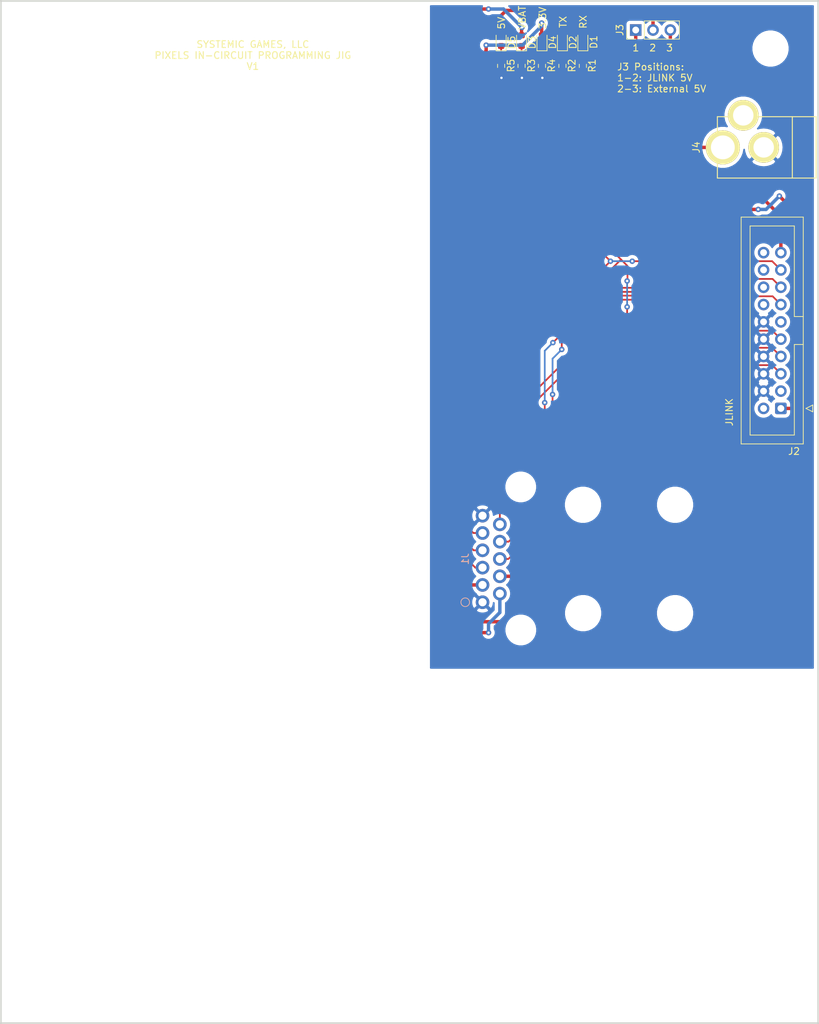
<source format=kicad_pcb>
(kicad_pcb (version 20171130) (host pcbnew "(5.1.10)-1")

  (general
    (thickness 2)
    (drawings 105)
    (tracks 157)
    (zones 0)
    (modules 38)
    (nets 18)
  )

  (page A4)
  (layers
    (0 F.Cu signal)
    (31 B.Cu signal)
    (32 B.Adhes user)
    (33 F.Adhes user)
    (34 B.Paste user)
    (35 F.Paste user)
    (36 B.SilkS user)
    (37 F.SilkS user)
    (38 B.Mask user)
    (39 F.Mask user)
    (40 Dwgs.User user hide)
    (41 Cmts.User user)
    (42 Eco1.User user)
    (43 Eco2.User user)
    (44 Edge.Cuts user)
    (45 Margin user)
    (46 B.CrtYd user hide)
    (47 F.CrtYd user hide)
    (48 B.Fab user hide)
    (49 F.Fab user hide)
  )

  (setup
    (last_trace_width 0.25)
    (user_trace_width 0.25)
    (user_trace_width 0.5)
    (trace_clearance 0.15)
    (zone_clearance 0.508)
    (zone_45_only no)
    (trace_min 0.1524)
    (via_size 0.8)
    (via_drill 0.35)
    (via_min_size 0.35)
    (via_min_drill 0.15)
    (uvia_size 0.25)
    (uvia_drill 0.1)
    (uvias_allowed no)
    (uvia_min_size 0.2)
    (uvia_min_drill 0.1)
    (edge_width 0.25)
    (segment_width 0.1)
    (pcb_text_width 0.2)
    (pcb_text_size 1 1)
    (mod_edge_width 0.15)
    (mod_text_size 0.5 0.5)
    (mod_text_width 0.1)
    (pad_size 1.524 1.524)
    (pad_drill 0.762)
    (pad_to_mask_clearance 0)
    (aux_axis_origin 0 0)
    (visible_elements 7FFFFFFF)
    (pcbplotparams
      (layerselection 0x010fc_ffffffff)
      (usegerberextensions false)
      (usegerberattributes true)
      (usegerberadvancedattributes true)
      (creategerberjobfile true)
      (excludeedgelayer true)
      (linewidth 0.100000)
      (plotframeref false)
      (viasonmask false)
      (mode 1)
      (useauxorigin false)
      (hpglpennumber 1)
      (hpglpenspeed 20)
      (hpglpendiameter 15.000000)
      (psnegative false)
      (psa4output false)
      (plotreference true)
      (plotvalue false)
      (plotinvisibletext false)
      (padsonsilk false)
      (subtractmaskfromsilk false)
      (outputformat 1)
      (mirror false)
      (drillshape 0)
      (scaleselection 1)
      (outputdirectory "Gerbers/"))
  )

  (net 0 "")
  (net 1 VDD)
  (net 2 "Net-(D1-Pad1)")
  (net 3 "Net-(D2-Pad1)")
  (net 4 TXO)
  (net 5 SWO)
  (net 6 RXI)
  (net 7 RESET)
  (net 8 GND)
  (net 9 SWDCLK)
  (net 10 SWDIO)
  (net 11 +BATT)
  (net 12 +5V)
  (net 13 "Net-(D3-Pad1)")
  (net 14 "Net-(D4-Pad1)")
  (net 15 "Net-(D5-Pad1)")
  (net 16 +5VD)
  (net 17 +5VP)

  (net_class Default "This is the default net class."
    (clearance 0.15)
    (trace_width 0.25)
    (via_dia 0.8)
    (via_drill 0.35)
    (uvia_dia 0.25)
    (uvia_drill 0.1)
    (add_net "Net-(D1-Pad1)")
    (add_net "Net-(D2-Pad1)")
    (add_net "Net-(D3-Pad1)")
    (add_net "Net-(D4-Pad1)")
    (add_net "Net-(D5-Pad1)")
    (add_net RESET)
    (add_net RXI)
    (add_net SWDCLK)
    (add_net SWDIO)
    (add_net SWO)
    (add_net TXO)
  )

  (net_class Power ""
    (clearance 0.15)
    (trace_width 0.5)
    (via_dia 0.8)
    (via_drill 0.35)
    (uvia_dia 0.25)
    (uvia_drill 0.1)
    (add_net +5V)
    (add_net +5VD)
    (add_net +5VP)
    (add_net +BATT)
    (add_net GND)
    (add_net VDD)
  )

  (module Pixels-dice:ICP-POGO-11-BOTTOM (layer B.Cu) (tedit 61C506AE) (tstamp 61C4FA91)
    (at 111.99 109.89 90)
    (path /6142CC59)
    (fp_text reference J1 (at 0 -3.81 90) (layer B.SilkS)
      (effects (font (size 1 1) (thickness 0.15)) (justify mirror))
    )
    (fp_text value Conn_01x11 (at 0 3.81 90) (layer B.Fab)
      (effects (font (size 1 1) (thickness 0.15)) (justify mirror))
    )
    (fp_circle (center -6.35 -3.81) (end -5.715 -3.81) (layer B.SilkS) (width 0.12))
    (pad 11 thru_hole circle (at 6.35 -1.27 90) (size 2 2) (drill 1.2) (layers *.Cu *.Mask)
      (net 8 GND))
    (pad 10 thru_hole circle (at 5.08 1.27 90) (size 2 2) (drill 1.2) (layers *.Cu *.Mask)
      (net 10 SWDIO))
    (pad 9 thru_hole circle (at 3.81 -1.27 90) (size 2 2) (drill 1.2) (layers *.Cu *.Mask)
      (net 9 SWDCLK))
    (pad 8 thru_hole circle (at 2.54 1.27 90) (size 2 2) (drill 1.2) (layers *.Cu *.Mask)
      (net 7 RESET))
    (pad 7 thru_hole circle (at 1.27 -1.27 90) (size 2 2) (drill 1.2) (layers *.Cu *.Mask)
      (net 6 RXI))
    (pad 6 thru_hole circle (at 0 1.27 90) (size 2 2) (drill 1.2) (layers *.Cu *.Mask)
      (net 5 SWO))
    (pad 5 thru_hole circle (at -1.27 -1.27 90) (size 2 2) (drill 1.2) (layers *.Cu *.Mask)
      (net 4 TXO))
    (pad 4 thru_hole circle (at -2.54 1.27 90) (size 2 2) (drill 1.2) (layers *.Cu *.Mask)
      (net 12 +5V))
    (pad 3 thru_hole circle (at -3.81 -1.27 90) (size 2 2) (drill 1.2) (layers *.Cu *.Mask)
      (net 1 VDD))
    (pad 2 thru_hole circle (at -5.08 1.27 90) (size 2 2) (drill 1.2) (layers *.Cu *.Mask)
      (net 11 +BATT))
    (pad 1 thru_hole circle (at -6.35 -1.27 90) (size 2 2) (drill 1.2) (layers *.Cu *.Mask)
      (net 8 GND))
  )

  (module MountingHole:MountingHole_3.5mm (layer F.Cu) (tedit 56D1B4CB) (tstamp 61C52692)
    (at 116.34 120.31)
    (descr "Mounting Hole 3.5mm, no annular")
    (tags "mounting hole 3.5mm no annular")
    (path /61CF49E0)
    (attr virtual)
    (fp_text reference H24 (at 0 -4.5) (layer F.SilkS) hide
      (effects (font (size 1 1) (thickness 0.15)))
    )
    (fp_text value MountingHole (at 0 4.5) (layer F.Fab)
      (effects (font (size 1 1) (thickness 0.15)))
    )
    (fp_circle (center 0 0) (end 3.75 0) (layer F.CrtYd) (width 0.05))
    (fp_circle (center 0 0) (end 3.5 0) (layer Cmts.User) (width 0.15))
    (fp_text user %R (at 0.3 0) (layer F.Fab)
      (effects (font (size 1 1) (thickness 0.15)))
    )
    (pad 1 np_thru_hole circle (at 0 0) (size 3.5 3.5) (drill 3.5) (layers *.Cu *.Mask))
  )

  (module MountingHole:MountingHole_4.3mm_M4 (layer F.Cu) (tedit 56D1B4CB) (tstamp 61C5268A)
    (at 138.99 117.84)
    (descr "Mounting Hole 4.3mm, no annular, M4")
    (tags "mounting hole 4.3mm no annular m4")
    (path /61CF43A4)
    (attr virtual)
    (fp_text reference H23 (at 0 -5.3) (layer F.SilkS) hide
      (effects (font (size 1 1) (thickness 0.15)))
    )
    (fp_text value MountingHole (at 0 5.3) (layer F.Fab)
      (effects (font (size 1 1) (thickness 0.15)))
    )
    (fp_circle (center 0 0) (end 4.55 0) (layer F.CrtYd) (width 0.05))
    (fp_circle (center 0 0) (end 4.3 0) (layer Cmts.User) (width 0.15))
    (fp_text user %R (at 0.3 0) (layer F.Fab)
      (effects (font (size 1 1) (thickness 0.15)))
    )
    (pad 1 np_thru_hole circle (at 0 0) (size 4.3 4.3) (drill 4.3) (layers *.Cu *.Mask))
  )

  (module MountingHole:MountingHole_4.3mm_M4 (layer F.Cu) (tedit 56D1B4CB) (tstamp 61C52682)
    (at 125.49 117.84)
    (descr "Mounting Hole 4.3mm, no annular, M4")
    (tags "mounting hole 4.3mm no annular m4")
    (path /61CF41B4)
    (attr virtual)
    (fp_text reference H22 (at 0 -5.3) (layer F.SilkS) hide
      (effects (font (size 1 1) (thickness 0.15)))
    )
    (fp_text value MountingHole (at 0 5.3) (layer F.Fab)
      (effects (font (size 1 1) (thickness 0.15)))
    )
    (fp_circle (center 0 0) (end 4.55 0) (layer F.CrtYd) (width 0.05))
    (fp_circle (center 0 0) (end 4.3 0) (layer Cmts.User) (width 0.15))
    (fp_text user %R (at 0.3 0) (layer F.Fab)
      (effects (font (size 1 1) (thickness 0.15)))
    )
    (pad 1 np_thru_hole circle (at 0 0) (size 4.3 4.3) (drill 4.3) (layers *.Cu *.Mask))
  )

  (module MountingHole:MountingHole_4.3mm_M4 (layer F.Cu) (tedit 56D1B4CB) (tstamp 61C5267A)
    (at 138.99 101.94)
    (descr "Mounting Hole 4.3mm, no annular, M4")
    (tags "mounting hole 4.3mm no annular m4")
    (path /61CF3E5D)
    (attr virtual)
    (fp_text reference H21 (at 0 -5.3) (layer F.SilkS) hide
      (effects (font (size 1 1) (thickness 0.15)))
    )
    (fp_text value MountingHole (at 0 5.3) (layer F.Fab)
      (effects (font (size 1 1) (thickness 0.15)))
    )
    (fp_circle (center 0 0) (end 4.55 0) (layer F.CrtYd) (width 0.05))
    (fp_circle (center 0 0) (end 4.3 0) (layer Cmts.User) (width 0.15))
    (fp_text user %R (at 0.3 0) (layer F.Fab)
      (effects (font (size 1 1) (thickness 0.15)))
    )
    (pad 1 np_thru_hole circle (at 0 0) (size 4.3 4.3) (drill 4.3) (layers *.Cu *.Mask))
  )

  (module MountingHole:MountingHole_4.3mm_M4 (layer F.Cu) (tedit 56D1B4CB) (tstamp 61C52672)
    (at 125.47 101.94)
    (descr "Mounting Hole 4.3mm, no annular, M4")
    (tags "mounting hole 4.3mm no annular m4")
    (path /61CF3861)
    (attr virtual)
    (fp_text reference H20 (at 0 -5.3) (layer F.SilkS) hide
      (effects (font (size 1 1) (thickness 0.15)))
    )
    (fp_text value MountingHole (at 0 5.3) (layer F.Fab)
      (effects (font (size 1 1) (thickness 0.15)))
    )
    (fp_circle (center 0 0) (end 4.55 0) (layer F.CrtYd) (width 0.05))
    (fp_circle (center 0 0) (end 4.3 0) (layer Cmts.User) (width 0.15))
    (fp_text user %R (at 0.3 0) (layer F.Fab)
      (effects (font (size 1 1) (thickness 0.15)))
    )
    (pad 1 np_thru_hole circle (at 0 0) (size 4.3 4.3) (drill 4.3) (layers *.Cu *.Mask))
  )

  (module MountingHole:MountingHole_3.5mm (layer F.Cu) (tedit 56D1B4CB) (tstamp 61C5266A)
    (at 116.33 99.32)
    (descr "Mounting Hole 3.5mm, no annular")
    (tags "mounting hole 3.5mm no annular")
    (path /61CF465D)
    (attr virtual)
    (fp_text reference H19 (at 0 -4.5) (layer F.SilkS) hide
      (effects (font (size 1 1) (thickness 0.15)))
    )
    (fp_text value MountingHole (at 0 4.5) (layer F.Fab)
      (effects (font (size 1 1) (thickness 0.15)))
    )
    (fp_circle (center 0 0) (end 3.75 0) (layer F.CrtYd) (width 0.05))
    (fp_circle (center 0 0) (end 3.5 0) (layer Cmts.User) (width 0.15))
    (fp_text user %R (at 0.3 0) (layer F.Fab)
      (effects (font (size 1 1) (thickness 0.15)))
    )
    (pad 1 np_thru_hole circle (at 0 0) (size 3.5 3.5) (drill 3.5) (layers *.Cu *.Mask))
  )

  (module MountingHole:MountingHole_3.2mm_M3 (layer F.Cu) (tedit 56D1B4CB) (tstamp 61C517EA)
    (at 124.73 168.16)
    (descr "Mounting Hole 3.2mm, no annular, M3")
    (tags "mounting hole 3.2mm no annular m3")
    (path /61CE1CC0)
    (attr virtual)
    (fp_text reference H18 (at 0 -4.2) (layer F.SilkS) hide
      (effects (font (size 1 1) (thickness 0.15)))
    )
    (fp_text value MountingHole (at 0 4.2) (layer F.Fab)
      (effects (font (size 1 1) (thickness 0.15)))
    )
    (fp_circle (center 0 0) (end 3.45 0) (layer F.CrtYd) (width 0.05))
    (fp_circle (center 0 0) (end 3.2 0) (layer Cmts.User) (width 0.15))
    (fp_text user %R (at 0.3 0) (layer F.Fab)
      (effects (font (size 1 1) (thickness 0.15)))
    )
    (pad 1 np_thru_hole circle (at 0 0) (size 3.2 3.2) (drill 3.2) (layers *.Cu *.Mask))
  )

  (module MountingHole:MountingHole_3.2mm_M3 (layer F.Cu) (tedit 56D1B4CB) (tstamp 61C517E2)
    (at 99.73 168.16)
    (descr "Mounting Hole 3.2mm, no annular, M3")
    (tags "mounting hole 3.2mm no annular m3")
    (path /61CE1CB6)
    (attr virtual)
    (fp_text reference H17 (at 0 -4.2) (layer F.SilkS) hide
      (effects (font (size 1 1) (thickness 0.15)))
    )
    (fp_text value MountingHole (at 0 4.2) (layer F.Fab)
      (effects (font (size 1 1) (thickness 0.15)))
    )
    (fp_circle (center 0 0) (end 3.45 0) (layer F.CrtYd) (width 0.05))
    (fp_circle (center 0 0) (end 3.2 0) (layer Cmts.User) (width 0.15))
    (fp_text user %R (at 0.3 0) (layer F.Fab)
      (effects (font (size 1 1) (thickness 0.15)))
    )
    (pad 1 np_thru_hole circle (at 0 0) (size 3.2 3.2) (drill 3.2) (layers *.Cu *.Mask))
  )

  (module MountingHole:MountingHole_3.2mm_M3 (layer F.Cu) (tedit 56D1B4CB) (tstamp 61C517DA)
    (at 74.73 168.16)
    (descr "Mounting Hole 3.2mm, no annular, M3")
    (tags "mounting hole 3.2mm no annular m3")
    (path /61CE1938)
    (attr virtual)
    (fp_text reference H16 (at 0 -4.2) (layer F.SilkS) hide
      (effects (font (size 1 1) (thickness 0.15)))
    )
    (fp_text value MountingHole (at 0 4.2) (layer F.Fab)
      (effects (font (size 1 1) (thickness 0.15)))
    )
    (fp_circle (center 0 0) (end 3.45 0) (layer F.CrtYd) (width 0.05))
    (fp_circle (center 0 0) (end 3.2 0) (layer Cmts.User) (width 0.15))
    (fp_text user %R (at 0.3 0) (layer F.Fab)
      (effects (font (size 1 1) (thickness 0.15)))
    )
    (pad 1 np_thru_hole circle (at 0 0) (size 3.2 3.2) (drill 3.2) (layers *.Cu *.Mask))
  )

  (module MountingHole:MountingHole_3.2mm_M3 (layer F.Cu) (tedit 56D1B4CB) (tstamp 61C517D2)
    (at 149.73 143.16)
    (descr "Mounting Hole 3.2mm, no annular, M3")
    (tags "mounting hole 3.2mm no annular m3")
    (path /61CDFA00)
    (attr virtual)
    (fp_text reference H15 (at 0 -4.2) (layer F.SilkS) hide
      (effects (font (size 1 1) (thickness 0.15)))
    )
    (fp_text value MountingHole (at 0 4.2) (layer F.Fab)
      (effects (font (size 1 1) (thickness 0.15)))
    )
    (fp_circle (center 0 0) (end 3.45 0) (layer F.CrtYd) (width 0.05))
    (fp_circle (center 0 0) (end 3.2 0) (layer Cmts.User) (width 0.15))
    (fp_text user %R (at 0.3 0) (layer F.Fab)
      (effects (font (size 1 1) (thickness 0.15)))
    )
    (pad 1 np_thru_hole circle (at 0 0) (size 3.2 3.2) (drill 3.2) (layers *.Cu *.Mask))
  )

  (module MountingHole:MountingHole_3.2mm_M3 (layer F.Cu) (tedit 56D1B4CB) (tstamp 61C517CA)
    (at 124.73 143.16)
    (descr "Mounting Hole 3.2mm, no annular, M3")
    (tags "mounting hole 3.2mm no annular m3")
    (path /61CDF69A)
    (attr virtual)
    (fp_text reference H14 (at 0 -4.2) (layer F.SilkS) hide
      (effects (font (size 1 1) (thickness 0.15)))
    )
    (fp_text value MountingHole (at 0 4.2) (layer F.Fab)
      (effects (font (size 1 1) (thickness 0.15)))
    )
    (fp_circle (center 0 0) (end 3.45 0) (layer F.CrtYd) (width 0.05))
    (fp_circle (center 0 0) (end 3.2 0) (layer Cmts.User) (width 0.15))
    (fp_text user %R (at 0.3 0) (layer F.Fab)
      (effects (font (size 1 1) (thickness 0.15)))
    )
    (pad 1 np_thru_hole circle (at 0 0) (size 3.2 3.2) (drill 3.2) (layers *.Cu *.Mask))
  )

  (module MountingHole:MountingHole_3.2mm_M3 (layer F.Cu) (tedit 56D1B4CB) (tstamp 61C517C2)
    (at 99.73 143.16)
    (descr "Mounting Hole 3.2mm, no annular, M3")
    (tags "mounting hole 3.2mm no annular m3")
    (path /61CDD6B2)
    (attr virtual)
    (fp_text reference H13 (at 0 -4.2) (layer F.SilkS) hide
      (effects (font (size 1 1) (thickness 0.15)))
    )
    (fp_text value MountingHole (at 0 4.2) (layer F.Fab)
      (effects (font (size 1 1) (thickness 0.15)))
    )
    (fp_circle (center 0 0) (end 3.45 0) (layer F.CrtYd) (width 0.05))
    (fp_circle (center 0 0) (end 3.2 0) (layer Cmts.User) (width 0.15))
    (fp_text user %R (at 0.3 0) (layer F.Fab)
      (effects (font (size 1 1) (thickness 0.15)))
    )
    (pad 1 np_thru_hole circle (at 0 0) (size 3.2 3.2) (drill 3.2) (layers *.Cu *.Mask))
  )

  (module MountingHole:MountingHole_3.2mm_M3 (layer F.Cu) (tedit 56D1B4CB) (tstamp 61C517BA)
    (at 74.73 143.16)
    (descr "Mounting Hole 3.2mm, no annular, M3")
    (tags "mounting hole 3.2mm no annular m3")
    (path /61CDD6A8)
    (attr virtual)
    (fp_text reference H12 (at 0 -4.2) (layer F.SilkS) hide
      (effects (font (size 1 1) (thickness 0.15)))
    )
    (fp_text value MountingHole (at 0 4.2) (layer F.Fab)
      (effects (font (size 1 1) (thickness 0.15)))
    )
    (fp_circle (center 0 0) (end 3.45 0) (layer F.CrtYd) (width 0.05))
    (fp_circle (center 0 0) (end 3.2 0) (layer Cmts.User) (width 0.15))
    (fp_text user %R (at 0.3 0) (layer F.Fab)
      (effects (font (size 1 1) (thickness 0.15)))
    )
    (pad 1 np_thru_hole circle (at 0 0) (size 3.2 3.2) (drill 3.2) (layers *.Cu *.Mask))
  )

  (module MountingHole:MountingHole_3.2mm_M3 (layer F.Cu) (tedit 56D1B4CB) (tstamp 61C517B2)
    (at 49.73 143.16)
    (descr "Mounting Hole 3.2mm, no annular, M3")
    (tags "mounting hole 3.2mm no annular m3")
    (path /61CDD366)
    (attr virtual)
    (fp_text reference H11 (at 0 -4.2) (layer F.SilkS) hide
      (effects (font (size 1 1) (thickness 0.15)))
    )
    (fp_text value MountingHole (at 0 4.2) (layer F.Fab)
      (effects (font (size 1 1) (thickness 0.15)))
    )
    (fp_circle (center 0 0) (end 3.45 0) (layer F.CrtYd) (width 0.05))
    (fp_circle (center 0 0) (end 3.2 0) (layer Cmts.User) (width 0.15))
    (fp_text user %R (at 0.3 0) (layer F.Fab)
      (effects (font (size 1 1) (thickness 0.15)))
    )
    (pad 1 np_thru_hole circle (at 0 0) (size 3.2 3.2) (drill 3.2) (layers *.Cu *.Mask))
  )

  (module MountingHole:MountingHole_3.2mm_M3 (layer F.Cu) (tedit 56D1B4CB) (tstamp 61C517AA)
    (at 99.73 118.16)
    (descr "Mounting Hole 3.2mm, no annular, M3")
    (tags "mounting hole 3.2mm no annular m3")
    (path /61CDB7A7)
    (attr virtual)
    (fp_text reference H10 (at 0 -4.2) (layer F.SilkS) hide
      (effects (font (size 1 1) (thickness 0.15)))
    )
    (fp_text value MountingHole (at 0 4.2) (layer F.Fab)
      (effects (font (size 1 1) (thickness 0.15)))
    )
    (fp_circle (center 0 0) (end 3.45 0) (layer F.CrtYd) (width 0.05))
    (fp_circle (center 0 0) (end 3.2 0) (layer Cmts.User) (width 0.15))
    (fp_text user %R (at 0.3 0) (layer F.Fab)
      (effects (font (size 1 1) (thickness 0.15)))
    )
    (pad 1 np_thru_hole circle (at 0 0) (size 3.2 3.2) (drill 3.2) (layers *.Cu *.Mask))
  )

  (module MountingHole:MountingHole_3.2mm_M3 (layer F.Cu) (tedit 56D1B4CB) (tstamp 61C517A2)
    (at 74.73 118.16)
    (descr "Mounting Hole 3.2mm, no annular, M3")
    (tags "mounting hole 3.2mm no annular m3")
    (path /61CDB79D)
    (attr virtual)
    (fp_text reference H9 (at 0 -4.2) (layer F.SilkS) hide
      (effects (font (size 1 1) (thickness 0.15)))
    )
    (fp_text value MountingHole (at 0 4.2) (layer F.Fab)
      (effects (font (size 1 1) (thickness 0.15)))
    )
    (fp_circle (center 0 0) (end 3.45 0) (layer F.CrtYd) (width 0.05))
    (fp_circle (center 0 0) (end 3.2 0) (layer Cmts.User) (width 0.15))
    (fp_text user %R (at 0.3 0) (layer F.Fab)
      (effects (font (size 1 1) (thickness 0.15)))
    )
    (pad 1 np_thru_hole circle (at 0 0) (size 3.2 3.2) (drill 3.2) (layers *.Cu *.Mask))
  )

  (module MountingHole:MountingHole_3.2mm_M3 (layer F.Cu) (tedit 56D1B4CB) (tstamp 61C5179A)
    (at 49.73 118.16)
    (descr "Mounting Hole 3.2mm, no annular, M3")
    (tags "mounting hole 3.2mm no annular m3")
    (path /61CDB47F)
    (attr virtual)
    (fp_text reference H8 (at 0 -4.2) (layer F.SilkS) hide
      (effects (font (size 1 1) (thickness 0.15)))
    )
    (fp_text value MountingHole (at 0 4.2) (layer F.Fab)
      (effects (font (size 1 1) (thickness 0.15)))
    )
    (fp_circle (center 0 0) (end 3.45 0) (layer F.CrtYd) (width 0.05))
    (fp_circle (center 0 0) (end 3.2 0) (layer Cmts.User) (width 0.15))
    (fp_text user %R (at 0.3 0) (layer F.Fab)
      (effects (font (size 1 1) (thickness 0.15)))
    )
    (pad 1 np_thru_hole circle (at 0 0) (size 3.2 3.2) (drill 3.2) (layers *.Cu *.Mask))
  )

  (module MountingHole:MountingHole_3.2mm_M3 (layer F.Cu) (tedit 56D1B4CB) (tstamp 61C51792)
    (at 99.73 93.16)
    (descr "Mounting Hole 3.2mm, no annular, M3")
    (tags "mounting hole 3.2mm no annular m3")
    (path /61CDB2CD)
    (attr virtual)
    (fp_text reference H7 (at 0 -4.2) (layer F.SilkS) hide
      (effects (font (size 1 1) (thickness 0.15)))
    )
    (fp_text value MountingHole (at 0 4.2) (layer F.Fab)
      (effects (font (size 1 1) (thickness 0.15)))
    )
    (fp_circle (center 0 0) (end 3.45 0) (layer F.CrtYd) (width 0.05))
    (fp_circle (center 0 0) (end 3.2 0) (layer Cmts.User) (width 0.15))
    (fp_text user %R (at 0.3 0) (layer F.Fab)
      (effects (font (size 1 1) (thickness 0.15)))
    )
    (pad 1 np_thru_hole circle (at 0 0) (size 3.2 3.2) (drill 3.2) (layers *.Cu *.Mask))
  )

  (module MountingHole:MountingHole_3.2mm_M3 (layer F.Cu) (tedit 56D1B4CB) (tstamp 61C5178A)
    (at 74.73 93.16)
    (descr "Mounting Hole 3.2mm, no annular, M3")
    (tags "mounting hole 3.2mm no annular m3")
    (path /61CDB10B)
    (attr virtual)
    (fp_text reference H6 (at 0 -4.2) (layer F.SilkS) hide
      (effects (font (size 1 1) (thickness 0.15)))
    )
    (fp_text value MountingHole (at 0 4.2) (layer F.Fab)
      (effects (font (size 1 1) (thickness 0.15)))
    )
    (fp_circle (center 0 0) (end 3.45 0) (layer F.CrtYd) (width 0.05))
    (fp_circle (center 0 0) (end 3.2 0) (layer Cmts.User) (width 0.15))
    (fp_text user %R (at 0.3 0) (layer F.Fab)
      (effects (font (size 1 1) (thickness 0.15)))
    )
    (pad 1 np_thru_hole circle (at 0 0) (size 3.2 3.2) (drill 3.2) (layers *.Cu *.Mask))
  )

  (module MountingHole:MountingHole_3.2mm_M3 (layer F.Cu) (tedit 56D1B4CB) (tstamp 61C519E4)
    (at 49.73 93.16)
    (descr "Mounting Hole 3.2mm, no annular, M3")
    (tags "mounting hole 3.2mm no annular m3")
    (path /61CD9068)
    (attr virtual)
    (fp_text reference H5 (at 0 -4.2) (layer F.SilkS) hide
      (effects (font (size 1 1) (thickness 0.15)))
    )
    (fp_text value MountingHole (at 0 4.2) (layer F.Fab)
      (effects (font (size 1 1) (thickness 0.15)))
    )
    (fp_circle (center 0 0) (end 3.45 0) (layer F.CrtYd) (width 0.05))
    (fp_circle (center 0 0) (end 3.2 0) (layer Cmts.User) (width 0.15))
    (fp_text user %R (at 0.3 0) (layer F.Fab)
      (effects (font (size 1 1) (thickness 0.15)))
    )
    (pad 1 np_thru_hole circle (at 0 0) (size 3.2 3.2) (drill 3.2) (layers *.Cu *.Mask))
  )

  (module MountingHole:MountingHole_4.3mm_M4 (layer F.Cu) (tedit 56D1B4CB) (tstamp 61C51207)
    (at 153 171)
    (descr "Mounting Hole 4.3mm, no annular, M4")
    (tags "mounting hole 4.3mm no annular m4")
    (path /61CD5D5C)
    (attr virtual)
    (fp_text reference H4 (at 0 -5.3) (layer F.SilkS) hide
      (effects (font (size 1 1) (thickness 0.15)))
    )
    (fp_text value MountingHole (at 0 5.3) (layer F.Fab)
      (effects (font (size 1 1) (thickness 0.15)))
    )
    (fp_circle (center 0 0) (end 4.55 0) (layer F.CrtYd) (width 0.05))
    (fp_circle (center 0 0) (end 4.3 0) (layer Cmts.User) (width 0.15))
    (fp_text user %R (at 0.3 0) (layer F.Fab)
      (effects (font (size 1 1) (thickness 0.15)))
    )
    (pad 1 np_thru_hole circle (at 0 0) (size 4.3 4.3) (drill 4.3) (layers *.Cu *.Mask))
  )

  (module MountingHole:MountingHole_4.3mm_M4 (layer F.Cu) (tedit 56D1B4CB) (tstamp 61C511FF)
    (at 47 171)
    (descr "Mounting Hole 4.3mm, no annular, M4")
    (tags "mounting hole 4.3mm no annular m4")
    (path /61CD6217)
    (attr virtual)
    (fp_text reference H3 (at 0 -5.3) (layer F.SilkS) hide
      (effects (font (size 1 1) (thickness 0.15)))
    )
    (fp_text value MountingHole (at 0 5.3) (layer F.Fab)
      (effects (font (size 1 1) (thickness 0.15)))
    )
    (fp_circle (center 0 0) (end 4.55 0) (layer F.CrtYd) (width 0.05))
    (fp_circle (center 0 0) (end 4.3 0) (layer Cmts.User) (width 0.15))
    (fp_text user %R (at 0.3 0) (layer F.Fab)
      (effects (font (size 1 1) (thickness 0.15)))
    )
    (pad 1 np_thru_hole circle (at 0 0) (size 4.3 4.3) (drill 4.3) (layers *.Cu *.Mask))
  )

  (module MountingHole:MountingHole_4.3mm_M4 (layer F.Cu) (tedit 56D1B4CB) (tstamp 61C511F7)
    (at 153 35)
    (descr "Mounting Hole 4.3mm, no annular, M4")
    (tags "mounting hole 4.3mm no annular m4")
    (path /61CD5955)
    (attr virtual)
    (fp_text reference H2 (at 0 -5.3) (layer F.SilkS) hide
      (effects (font (size 1 1) (thickness 0.15)))
    )
    (fp_text value MountingHole (at 0 5.3) (layer F.Fab)
      (effects (font (size 1 1) (thickness 0.15)))
    )
    (fp_circle (center 0 0) (end 4.55 0) (layer F.CrtYd) (width 0.05))
    (fp_circle (center 0 0) (end 4.3 0) (layer Cmts.User) (width 0.15))
    (fp_text user %R (at 0.3 0) (layer F.Fab)
      (effects (font (size 1 1) (thickness 0.15)))
    )
    (pad 1 np_thru_hole circle (at 0 0) (size 4.3 4.3) (drill 4.3) (layers *.Cu *.Mask))
  )

  (module MountingHole:MountingHole_4.3mm_M4 (layer F.Cu) (tedit 56D1B4CB) (tstamp 61C511EF)
    (at 47 35)
    (descr "Mounting Hole 4.3mm, no annular, M4")
    (tags "mounting hole 4.3mm no annular m4")
    (path /61CD49BA)
    (attr virtual)
    (fp_text reference H1 (at 0 -5.3) (layer F.SilkS) hide
      (effects (font (size 1 1) (thickness 0.15)))
    )
    (fp_text value MountingHole (at 0 5.3) (layer F.Fab)
      (effects (font (size 1 1) (thickness 0.15)))
    )
    (fp_circle (center 0 0) (end 4.55 0) (layer F.CrtYd) (width 0.05))
    (fp_circle (center 0 0) (end 4.3 0) (layer Cmts.User) (width 0.15))
    (fp_text user %R (at 0.3 0) (layer F.Fab)
      (effects (font (size 1 1) (thickness 0.15)))
    )
    (pad 1 np_thru_hole circle (at 0 0) (size 4.3 4.3) (drill 4.3) (layers *.Cu *.Mask))
  )

  (module Resistor_SMD:R_0603_1608Metric (layer F.Cu) (tedit 5F68FEEE) (tstamp 61C50A12)
    (at 113.45 37.54 270)
    (descr "Resistor SMD 0603 (1608 Metric), square (rectangular) end terminal, IPC_7351 nominal, (Body size source: IPC-SM-782 page 72, https://www.pcb-3d.com/wordpress/wp-content/uploads/ipc-sm-782a_amendment_1_and_2.pdf), generated with kicad-footprint-generator")
    (tags resistor)
    (path /61CAE68F)
    (attr smd)
    (fp_text reference R5 (at -0.04 -1.45 90) (layer F.SilkS)
      (effects (font (size 1 1) (thickness 0.15)))
    )
    (fp_text value 150 (at 0 1.43 90) (layer F.Fab)
      (effects (font (size 1 1) (thickness 0.15)))
    )
    (fp_line (start 1.48 0.73) (end -1.48 0.73) (layer F.CrtYd) (width 0.05))
    (fp_line (start 1.48 -0.73) (end 1.48 0.73) (layer F.CrtYd) (width 0.05))
    (fp_line (start -1.48 -0.73) (end 1.48 -0.73) (layer F.CrtYd) (width 0.05))
    (fp_line (start -1.48 0.73) (end -1.48 -0.73) (layer F.CrtYd) (width 0.05))
    (fp_line (start -0.237258 0.5225) (end 0.237258 0.5225) (layer F.SilkS) (width 0.12))
    (fp_line (start -0.237258 -0.5225) (end 0.237258 -0.5225) (layer F.SilkS) (width 0.12))
    (fp_line (start 0.8 0.4125) (end -0.8 0.4125) (layer F.Fab) (width 0.1))
    (fp_line (start 0.8 -0.4125) (end 0.8 0.4125) (layer F.Fab) (width 0.1))
    (fp_line (start -0.8 -0.4125) (end 0.8 -0.4125) (layer F.Fab) (width 0.1))
    (fp_line (start -0.8 0.4125) (end -0.8 -0.4125) (layer F.Fab) (width 0.1))
    (fp_text user %R (at 0 0 90) (layer F.Fab)
      (effects (font (size 0.4 0.4) (thickness 0.06)))
    )
    (pad 2 smd roundrect (at 0.825 0 270) (size 0.8 0.95) (layers F.Cu F.Paste F.Mask) (roundrect_rratio 0.25)
      (net 8 GND))
    (pad 1 smd roundrect (at -0.825 0 270) (size 0.8 0.95) (layers F.Cu F.Paste F.Mask) (roundrect_rratio 0.25)
      (net 15 "Net-(D5-Pad1)"))
    (model ${KISYS3DMOD}/Resistor_SMD.3dshapes/R_0603_1608Metric.wrl
      (at (xyz 0 0 0))
      (scale (xyz 1 1 1))
      (rotate (xyz 0 0 0))
    )
  )

  (module Resistor_SMD:R_0603_1608Metric (layer F.Cu) (tedit 5F68FEEE) (tstamp 61C50A01)
    (at 119.45 37.54 270)
    (descr "Resistor SMD 0603 (1608 Metric), square (rectangular) end terminal, IPC_7351 nominal, (Body size source: IPC-SM-782 page 72, https://www.pcb-3d.com/wordpress/wp-content/uploads/ipc-sm-782a_amendment_1_and_2.pdf), generated with kicad-footprint-generator")
    (tags resistor)
    (path /61CAC9C4)
    (attr smd)
    (fp_text reference R4 (at -0.04 -1.4 90) (layer F.SilkS)
      (effects (font (size 1 1) (thickness 0.15)))
    )
    (fp_text value 100 (at 0 1.43 90) (layer F.Fab)
      (effects (font (size 1 1) (thickness 0.15)))
    )
    (fp_line (start 1.48 0.73) (end -1.48 0.73) (layer F.CrtYd) (width 0.05))
    (fp_line (start 1.48 -0.73) (end 1.48 0.73) (layer F.CrtYd) (width 0.05))
    (fp_line (start -1.48 -0.73) (end 1.48 -0.73) (layer F.CrtYd) (width 0.05))
    (fp_line (start -1.48 0.73) (end -1.48 -0.73) (layer F.CrtYd) (width 0.05))
    (fp_line (start -0.237258 0.5225) (end 0.237258 0.5225) (layer F.SilkS) (width 0.12))
    (fp_line (start -0.237258 -0.5225) (end 0.237258 -0.5225) (layer F.SilkS) (width 0.12))
    (fp_line (start 0.8 0.4125) (end -0.8 0.4125) (layer F.Fab) (width 0.1))
    (fp_line (start 0.8 -0.4125) (end 0.8 0.4125) (layer F.Fab) (width 0.1))
    (fp_line (start -0.8 -0.4125) (end 0.8 -0.4125) (layer F.Fab) (width 0.1))
    (fp_line (start -0.8 0.4125) (end -0.8 -0.4125) (layer F.Fab) (width 0.1))
    (fp_text user %R (at 0 0 90) (layer F.Fab)
      (effects (font (size 0.4 0.4) (thickness 0.06)))
    )
    (pad 2 smd roundrect (at 0.825 0 270) (size 0.8 0.95) (layers F.Cu F.Paste F.Mask) (roundrect_rratio 0.25)
      (net 8 GND))
    (pad 1 smd roundrect (at -0.825 0 270) (size 0.8 0.95) (layers F.Cu F.Paste F.Mask) (roundrect_rratio 0.25)
      (net 14 "Net-(D4-Pad1)"))
    (model ${KISYS3DMOD}/Resistor_SMD.3dshapes/R_0603_1608Metric.wrl
      (at (xyz 0 0 0))
      (scale (xyz 1 1 1))
      (rotate (xyz 0 0 0))
    )
  )

  (module Resistor_SMD:R_0603_1608Metric (layer F.Cu) (tedit 5F68FEEE) (tstamp 61C509F0)
    (at 116.45 37.54 270)
    (descr "Resistor SMD 0603 (1608 Metric), square (rectangular) end terminal, IPC_7351 nominal, (Body size source: IPC-SM-782 page 72, https://www.pcb-3d.com/wordpress/wp-content/uploads/ipc-sm-782a_amendment_1_and_2.pdf), generated with kicad-footprint-generator")
    (tags resistor)
    (path /61CAA922)
    (attr smd)
    (fp_text reference R3 (at -0.04 -1.45 90) (layer F.SilkS)
      (effects (font (size 1 1) (thickness 0.15)))
    )
    (fp_text value 120 (at 0 1.43 90) (layer F.Fab)
      (effects (font (size 1 1) (thickness 0.15)))
    )
    (fp_line (start 1.48 0.73) (end -1.48 0.73) (layer F.CrtYd) (width 0.05))
    (fp_line (start 1.48 -0.73) (end 1.48 0.73) (layer F.CrtYd) (width 0.05))
    (fp_line (start -1.48 -0.73) (end 1.48 -0.73) (layer F.CrtYd) (width 0.05))
    (fp_line (start -1.48 0.73) (end -1.48 -0.73) (layer F.CrtYd) (width 0.05))
    (fp_line (start -0.237258 0.5225) (end 0.237258 0.5225) (layer F.SilkS) (width 0.12))
    (fp_line (start -0.237258 -0.5225) (end 0.237258 -0.5225) (layer F.SilkS) (width 0.12))
    (fp_line (start 0.8 0.4125) (end -0.8 0.4125) (layer F.Fab) (width 0.1))
    (fp_line (start 0.8 -0.4125) (end 0.8 0.4125) (layer F.Fab) (width 0.1))
    (fp_line (start -0.8 -0.4125) (end 0.8 -0.4125) (layer F.Fab) (width 0.1))
    (fp_line (start -0.8 0.4125) (end -0.8 -0.4125) (layer F.Fab) (width 0.1))
    (fp_text user %R (at 0 0 90) (layer F.Fab)
      (effects (font (size 0.4 0.4) (thickness 0.06)))
    )
    (pad 2 smd roundrect (at 0.825 0 270) (size 0.8 0.95) (layers F.Cu F.Paste F.Mask) (roundrect_rratio 0.25)
      (net 8 GND))
    (pad 1 smd roundrect (at -0.825 0 270) (size 0.8 0.95) (layers F.Cu F.Paste F.Mask) (roundrect_rratio 0.25)
      (net 13 "Net-(D3-Pad1)"))
    (model ${KISYS3DMOD}/Resistor_SMD.3dshapes/R_0603_1608Metric.wrl
      (at (xyz 0 0 0))
      (scale (xyz 1 1 1))
      (rotate (xyz 0 0 0))
    )
  )

  (module Pixels-dice:BARREL_JACK (layer F.Cu) (tedit 57AFBEA0) (tstamp 61C50AC7)
    (at 152.2 49.5 180)
    (descr "DC Barrel Jack")
    (tags "Power Jack")
    (path /61C9779A)
    (fp_text reference J4 (at 10.09904 0 90) (layer F.SilkS)
      (effects (font (size 1 1) (thickness 0.15)))
    )
    (fp_text value Barrel_Jack (at 0 -5.99948) (layer F.Fab)
      (effects (font (size 1 1) (thickness 0.15)))
    )
    (fp_line (start -4.0005 -4.50088) (end -4.0005 4.50088) (layer F.SilkS) (width 0.15))
    (fp_line (start -7.50062 -4.50088) (end -7.50062 4.50088) (layer F.SilkS) (width 0.15))
    (fp_line (start -7.50062 4.50088) (end 7.00024 4.50088) (layer F.SilkS) (width 0.15))
    (fp_line (start 7.00024 4.50088) (end 7.00024 -4.50088) (layer F.SilkS) (width 0.15))
    (fp_line (start 7.00024 -4.50088) (end -7.50062 -4.50088) (layer F.SilkS) (width 0.15))
    (pad 1 thru_hole circle (at 6.20014 0 180) (size 5 5) (drill 3.5) (layers *.Cu *.Mask F.SilkS)
      (net 17 +5VP))
    (pad 2 thru_hole circle (at 0.20066 0 180) (size 4.5 4.5) (drill 3) (layers *.Cu *.Mask F.SilkS)
      (net 8 GND))
    (pad 3 thru_hole circle (at 3.2004 4.699 180) (size 4.5 4.5) (drill 3) (layers *.Cu *.Mask F.SilkS))
  )

  (module Connector_PinHeader_2.54mm:PinHeader_1x03_P2.54mm_Vertical (layer F.Cu) (tedit 59FED5CC) (tstamp 61C50993)
    (at 133.21 32.28 90)
    (descr "Through hole straight pin header, 1x03, 2.54mm pitch, single row")
    (tags "Through hole pin header THT 1x03 2.54mm single row")
    (path /61C9D206)
    (fp_text reference J3 (at 0 -2.33 90) (layer F.SilkS)
      (effects (font (size 1 1) (thickness 0.15)))
    )
    (fp_text value Conn_01x03 (at 0 7.41 90) (layer F.Fab)
      (effects (font (size 1 1) (thickness 0.15)))
    )
    (fp_line (start 1.8 -1.8) (end -1.8 -1.8) (layer F.CrtYd) (width 0.05))
    (fp_line (start 1.8 6.85) (end 1.8 -1.8) (layer F.CrtYd) (width 0.05))
    (fp_line (start -1.8 6.85) (end 1.8 6.85) (layer F.CrtYd) (width 0.05))
    (fp_line (start -1.8 -1.8) (end -1.8 6.85) (layer F.CrtYd) (width 0.05))
    (fp_line (start -1.33 -1.33) (end 0 -1.33) (layer F.SilkS) (width 0.12))
    (fp_line (start -1.33 0) (end -1.33 -1.33) (layer F.SilkS) (width 0.12))
    (fp_line (start -1.33 1.27) (end 1.33 1.27) (layer F.SilkS) (width 0.12))
    (fp_line (start 1.33 1.27) (end 1.33 6.41) (layer F.SilkS) (width 0.12))
    (fp_line (start -1.33 1.27) (end -1.33 6.41) (layer F.SilkS) (width 0.12))
    (fp_line (start -1.33 6.41) (end 1.33 6.41) (layer F.SilkS) (width 0.12))
    (fp_line (start -1.27 -0.635) (end -0.635 -1.27) (layer F.Fab) (width 0.1))
    (fp_line (start -1.27 6.35) (end -1.27 -0.635) (layer F.Fab) (width 0.1))
    (fp_line (start 1.27 6.35) (end -1.27 6.35) (layer F.Fab) (width 0.1))
    (fp_line (start 1.27 -1.27) (end 1.27 6.35) (layer F.Fab) (width 0.1))
    (fp_line (start -0.635 -1.27) (end 1.27 -1.27) (layer F.Fab) (width 0.1))
    (fp_text user %R (at 0 2.54) (layer F.Fab)
      (effects (font (size 1 1) (thickness 0.15)))
    )
    (pad 3 thru_hole oval (at 0 5.08 90) (size 1.7 1.7) (drill 1) (layers *.Cu *.Mask)
      (net 17 +5VP))
    (pad 2 thru_hole oval (at 0 2.54 90) (size 1.7 1.7) (drill 1) (layers *.Cu *.Mask)
      (net 12 +5V))
    (pad 1 thru_hole rect (at 0 0 90) (size 1.7 1.7) (drill 1) (layers *.Cu *.Mask)
      (net 16 +5VD))
    (model ${KISYS3DMOD}/Connector_PinHeader_2.54mm.3dshapes/PinHeader_1x03_P2.54mm_Vertical.wrl
      (at (xyz 0 0 0))
      (scale (xyz 1 1 1))
      (rotate (xyz 0 0 0))
    )
  )

  (module Diode_SMD:D_0603_1608Metric (layer F.Cu) (tedit 5F68FEF0) (tstamp 61C508EE)
    (at 113.45 33.84 90)
    (descr "Diode SMD 0603 (1608 Metric), square (rectangular) end terminal, IPC_7351 nominal, (Body size source: http://www.tortai-tech.com/upload/download/2011102023233369053.pdf), generated with kicad-footprint-generator")
    (tags diode)
    (path /61CAE404)
    (attr smd)
    (fp_text reference D5 (at -0.26 1.55 90) (layer F.SilkS)
      (effects (font (size 1 1) (thickness 0.15)))
    )
    (fp_text value LED (at 0 1.43 90) (layer F.Fab)
      (effects (font (size 1 1) (thickness 0.15)))
    )
    (fp_line (start 1.48 0.73) (end -1.48 0.73) (layer F.CrtYd) (width 0.05))
    (fp_line (start 1.48 -0.73) (end 1.48 0.73) (layer F.CrtYd) (width 0.05))
    (fp_line (start -1.48 -0.73) (end 1.48 -0.73) (layer F.CrtYd) (width 0.05))
    (fp_line (start -1.48 0.73) (end -1.48 -0.73) (layer F.CrtYd) (width 0.05))
    (fp_line (start -1.485 0.735) (end 0.8 0.735) (layer F.SilkS) (width 0.12))
    (fp_line (start -1.485 -0.735) (end -1.485 0.735) (layer F.SilkS) (width 0.12))
    (fp_line (start 0.8 -0.735) (end -1.485 -0.735) (layer F.SilkS) (width 0.12))
    (fp_line (start 0.8 0.4) (end 0.8 -0.4) (layer F.Fab) (width 0.1))
    (fp_line (start -0.8 0.4) (end 0.8 0.4) (layer F.Fab) (width 0.1))
    (fp_line (start -0.8 -0.1) (end -0.8 0.4) (layer F.Fab) (width 0.1))
    (fp_line (start -0.5 -0.4) (end -0.8 -0.1) (layer F.Fab) (width 0.1))
    (fp_line (start 0.8 -0.4) (end -0.5 -0.4) (layer F.Fab) (width 0.1))
    (fp_text user %R (at 0 0 90) (layer F.Fab)
      (effects (font (size 0.4 0.4) (thickness 0.06)))
    )
    (pad 2 smd roundrect (at 0.7875 0 90) (size 0.875 0.95) (layers F.Cu F.Paste F.Mask) (roundrect_rratio 0.25)
      (net 12 +5V))
    (pad 1 smd roundrect (at -0.7875 0 90) (size 0.875 0.95) (layers F.Cu F.Paste F.Mask) (roundrect_rratio 0.25)
      (net 15 "Net-(D5-Pad1)"))
    (model ${KISYS3DMOD}/Diode_SMD.3dshapes/D_0603_1608Metric.wrl
      (at (xyz 0 0 0))
      (scale (xyz 1 1 1))
      (rotate (xyz 0 0 0))
    )
  )

  (module Diode_SMD:D_0603_1608Metric (layer F.Cu) (tedit 5F68FEF0) (tstamp 61C508DB)
    (at 119.45 33.84 90)
    (descr "Diode SMD 0603 (1608 Metric), square (rectangular) end terminal, IPC_7351 nominal, (Body size source: http://www.tortai-tech.com/upload/download/2011102023233369053.pdf), generated with kicad-footprint-generator")
    (tags diode)
    (path /61CAC761)
    (attr smd)
    (fp_text reference D4 (at -0.26 1.55 90) (layer F.SilkS)
      (effects (font (size 1 1) (thickness 0.15)))
    )
    (fp_text value LED (at 0 1.43 90) (layer F.Fab)
      (effects (font (size 1 1) (thickness 0.15)))
    )
    (fp_line (start 1.48 0.73) (end -1.48 0.73) (layer F.CrtYd) (width 0.05))
    (fp_line (start 1.48 -0.73) (end 1.48 0.73) (layer F.CrtYd) (width 0.05))
    (fp_line (start -1.48 -0.73) (end 1.48 -0.73) (layer F.CrtYd) (width 0.05))
    (fp_line (start -1.48 0.73) (end -1.48 -0.73) (layer F.CrtYd) (width 0.05))
    (fp_line (start -1.485 0.735) (end 0.8 0.735) (layer F.SilkS) (width 0.12))
    (fp_line (start -1.485 -0.735) (end -1.485 0.735) (layer F.SilkS) (width 0.12))
    (fp_line (start 0.8 -0.735) (end -1.485 -0.735) (layer F.SilkS) (width 0.12))
    (fp_line (start 0.8 0.4) (end 0.8 -0.4) (layer F.Fab) (width 0.1))
    (fp_line (start -0.8 0.4) (end 0.8 0.4) (layer F.Fab) (width 0.1))
    (fp_line (start -0.8 -0.1) (end -0.8 0.4) (layer F.Fab) (width 0.1))
    (fp_line (start -0.5 -0.4) (end -0.8 -0.1) (layer F.Fab) (width 0.1))
    (fp_line (start 0.8 -0.4) (end -0.5 -0.4) (layer F.Fab) (width 0.1))
    (fp_text user %R (at 0 0 90) (layer F.Fab)
      (effects (font (size 0.4 0.4) (thickness 0.06)))
    )
    (pad 2 smd roundrect (at 0.7875 0 90) (size 0.875 0.95) (layers F.Cu F.Paste F.Mask) (roundrect_rratio 0.25)
      (net 1 VDD))
    (pad 1 smd roundrect (at -0.7875 0 90) (size 0.875 0.95) (layers F.Cu F.Paste F.Mask) (roundrect_rratio 0.25)
      (net 14 "Net-(D4-Pad1)"))
    (model ${KISYS3DMOD}/Diode_SMD.3dshapes/D_0603_1608Metric.wrl
      (at (xyz 0 0 0))
      (scale (xyz 1 1 1))
      (rotate (xyz 0 0 0))
    )
  )

  (module Diode_SMD:D_0603_1608Metric (layer F.Cu) (tedit 5F68FEF0) (tstamp 61C508C8)
    (at 116.45 33.84 90)
    (descr "Diode SMD 0603 (1608 Metric), square (rectangular) end terminal, IPC_7351 nominal, (Body size source: http://www.tortai-tech.com/upload/download/2011102023233369053.pdf), generated with kicad-footprint-generator")
    (tags diode)
    (path /61CAA6E7)
    (attr smd)
    (fp_text reference D3 (at -0.26 1.55 90) (layer F.SilkS)
      (effects (font (size 1 1) (thickness 0.15)))
    )
    (fp_text value LED (at 0 1.43 90) (layer F.Fab)
      (effects (font (size 1 1) (thickness 0.15)))
    )
    (fp_line (start 1.48 0.73) (end -1.48 0.73) (layer F.CrtYd) (width 0.05))
    (fp_line (start 1.48 -0.73) (end 1.48 0.73) (layer F.CrtYd) (width 0.05))
    (fp_line (start -1.48 -0.73) (end 1.48 -0.73) (layer F.CrtYd) (width 0.05))
    (fp_line (start -1.48 0.73) (end -1.48 -0.73) (layer F.CrtYd) (width 0.05))
    (fp_line (start -1.485 0.735) (end 0.8 0.735) (layer F.SilkS) (width 0.12))
    (fp_line (start -1.485 -0.735) (end -1.485 0.735) (layer F.SilkS) (width 0.12))
    (fp_line (start 0.8 -0.735) (end -1.485 -0.735) (layer F.SilkS) (width 0.12))
    (fp_line (start 0.8 0.4) (end 0.8 -0.4) (layer F.Fab) (width 0.1))
    (fp_line (start -0.8 0.4) (end 0.8 0.4) (layer F.Fab) (width 0.1))
    (fp_line (start -0.8 -0.1) (end -0.8 0.4) (layer F.Fab) (width 0.1))
    (fp_line (start -0.5 -0.4) (end -0.8 -0.1) (layer F.Fab) (width 0.1))
    (fp_line (start 0.8 -0.4) (end -0.5 -0.4) (layer F.Fab) (width 0.1))
    (fp_text user %R (at 0 0 90) (layer F.Fab)
      (effects (font (size 0.4 0.4) (thickness 0.06)))
    )
    (pad 2 smd roundrect (at 0.7875 0 90) (size 0.875 0.95) (layers F.Cu F.Paste F.Mask) (roundrect_rratio 0.25)
      (net 11 +BATT))
    (pad 1 smd roundrect (at -0.7875 0 90) (size 0.875 0.95) (layers F.Cu F.Paste F.Mask) (roundrect_rratio 0.25)
      (net 13 "Net-(D3-Pad1)"))
    (model ${KISYS3DMOD}/Diode_SMD.3dshapes/D_0603_1608Metric.wrl
      (at (xyz 0 0 0))
      (scale (xyz 1 1 1))
      (rotate (xyz 0 0 0))
    )
  )

  (module Connector_IDC:IDC-Header_2x10_P2.54mm_Vertical (layer F.Cu) (tedit 5EAC9A07) (tstamp 61C4FC1C)
    (at 154.52 87.8 180)
    (descr "Through hole IDC box header, 2x10, 2.54mm pitch, DIN 41651 / IEC 60603-13, double rows, https://docs.google.com/spreadsheets/d/16SsEcesNF15N3Lb4niX7dcUr-NY5_MFPQhobNuNppn4/edit#gid=0")
    (tags "Through hole vertical IDC box header THT 2x10 2.54mm double row")
    (path /60C58B1B)
    (fp_text reference J2 (at -1.93 -6.3) (layer F.SilkS)
      (effects (font (size 1 1) (thickness 0.15)))
    )
    (fp_text value Conn_02x10_Odd_Even (at 1.27 28.96) (layer F.Fab)
      (effects (font (size 1 1) (thickness 0.15)))
    )
    (fp_line (start 6.22 -5.6) (end -3.68 -5.6) (layer F.CrtYd) (width 0.05))
    (fp_line (start 6.22 28.46) (end 6.22 -5.6) (layer F.CrtYd) (width 0.05))
    (fp_line (start -3.68 28.46) (end 6.22 28.46) (layer F.CrtYd) (width 0.05))
    (fp_line (start -3.68 -5.6) (end -3.68 28.46) (layer F.CrtYd) (width 0.05))
    (fp_line (start -4.68 0.5) (end -3.68 0) (layer F.SilkS) (width 0.12))
    (fp_line (start -4.68 -0.5) (end -4.68 0.5) (layer F.SilkS) (width 0.12))
    (fp_line (start -3.68 0) (end -4.68 -0.5) (layer F.SilkS) (width 0.12))
    (fp_line (start -1.98 13.48) (end -3.29 13.48) (layer F.SilkS) (width 0.12))
    (fp_line (start -1.98 13.48) (end -1.98 13.48) (layer F.SilkS) (width 0.12))
    (fp_line (start -1.98 26.77) (end -1.98 13.48) (layer F.SilkS) (width 0.12))
    (fp_line (start 4.52 26.77) (end -1.98 26.77) (layer F.SilkS) (width 0.12))
    (fp_line (start 4.52 -3.91) (end 4.52 26.77) (layer F.SilkS) (width 0.12))
    (fp_line (start -1.98 -3.91) (end 4.52 -3.91) (layer F.SilkS) (width 0.12))
    (fp_line (start -1.98 9.38) (end -1.98 -3.91) (layer F.SilkS) (width 0.12))
    (fp_line (start -3.29 9.38) (end -1.98 9.38) (layer F.SilkS) (width 0.12))
    (fp_line (start -3.29 28.07) (end -3.29 -5.21) (layer F.SilkS) (width 0.12))
    (fp_line (start 5.83 28.07) (end -3.29 28.07) (layer F.SilkS) (width 0.12))
    (fp_line (start 5.83 -5.21) (end 5.83 28.07) (layer F.SilkS) (width 0.12))
    (fp_line (start -3.29 -5.21) (end 5.83 -5.21) (layer F.SilkS) (width 0.12))
    (fp_line (start -1.98 13.48) (end -3.18 13.48) (layer F.Fab) (width 0.1))
    (fp_line (start -1.98 13.48) (end -1.98 13.48) (layer F.Fab) (width 0.1))
    (fp_line (start -1.98 26.77) (end -1.98 13.48) (layer F.Fab) (width 0.1))
    (fp_line (start 4.52 26.77) (end -1.98 26.77) (layer F.Fab) (width 0.1))
    (fp_line (start 4.52 -3.91) (end 4.52 26.77) (layer F.Fab) (width 0.1))
    (fp_line (start -1.98 -3.91) (end 4.52 -3.91) (layer F.Fab) (width 0.1))
    (fp_line (start -1.98 9.38) (end -1.98 -3.91) (layer F.Fab) (width 0.1))
    (fp_line (start -3.18 9.38) (end -1.98 9.38) (layer F.Fab) (width 0.1))
    (fp_line (start -3.18 27.96) (end -3.18 -4.1) (layer F.Fab) (width 0.1))
    (fp_line (start 5.72 27.96) (end -3.18 27.96) (layer F.Fab) (width 0.1))
    (fp_line (start 5.72 -5.1) (end 5.72 27.96) (layer F.Fab) (width 0.1))
    (fp_line (start -2.18 -5.1) (end 5.72 -5.1) (layer F.Fab) (width 0.1))
    (fp_line (start -3.18 -4.1) (end -2.18 -5.1) (layer F.Fab) (width 0.1))
    (fp_text user %R (at 1.27 11.43 90) (layer F.Fab)
      (effects (font (size 1 1) (thickness 0.15)))
    )
    (pad 20 thru_hole circle (at 2.54 22.86 180) (size 1.7 1.7) (drill 1) (layers *.Cu *.Mask))
    (pad 18 thru_hole circle (at 2.54 20.32 180) (size 1.7 1.7) (drill 1) (layers *.Cu *.Mask))
    (pad 16 thru_hole circle (at 2.54 17.78 180) (size 1.7 1.7) (drill 1) (layers *.Cu *.Mask))
    (pad 14 thru_hole circle (at 2.54 15.24 180) (size 1.7 1.7) (drill 1) (layers *.Cu *.Mask))
    (pad 12 thru_hole circle (at 2.54 12.7 180) (size 1.7 1.7) (drill 1) (layers *.Cu *.Mask)
      (net 8 GND))
    (pad 10 thru_hole circle (at 2.54 10.16 180) (size 1.7 1.7) (drill 1) (layers *.Cu *.Mask)
      (net 8 GND))
    (pad 8 thru_hole circle (at 2.54 7.62 180) (size 1.7 1.7) (drill 1) (layers *.Cu *.Mask)
      (net 8 GND))
    (pad 6 thru_hole circle (at 2.54 5.08 180) (size 1.7 1.7) (drill 1) (layers *.Cu *.Mask)
      (net 8 GND))
    (pad 4 thru_hole circle (at 2.54 2.54 180) (size 1.7 1.7) (drill 1) (layers *.Cu *.Mask)
      (net 8 GND))
    (pad 2 thru_hole circle (at 2.54 0 180) (size 1.7 1.7) (drill 1) (layers *.Cu *.Mask))
    (pad 19 thru_hole circle (at 0 22.86 180) (size 1.7 1.7) (drill 1) (layers *.Cu *.Mask)
      (net 16 +5VD))
    (pad 17 thru_hole circle (at 0 20.32 180) (size 1.7 1.7) (drill 1) (layers *.Cu *.Mask)
      (net 4 TXO))
    (pad 15 thru_hole circle (at 0 17.78 180) (size 1.7 1.7) (drill 1) (layers *.Cu *.Mask)
      (net 7 RESET))
    (pad 13 thru_hole circle (at 0 15.24 180) (size 1.7 1.7) (drill 1) (layers *.Cu *.Mask)
      (net 5 SWO))
    (pad 11 thru_hole circle (at 0 12.7 180) (size 1.7 1.7) (drill 1) (layers *.Cu *.Mask))
    (pad 9 thru_hole circle (at 0 10.16 180) (size 1.7 1.7) (drill 1) (layers *.Cu *.Mask)
      (net 9 SWDCLK))
    (pad 7 thru_hole circle (at 0 7.62 180) (size 1.7 1.7) (drill 1) (layers *.Cu *.Mask)
      (net 10 SWDIO))
    (pad 5 thru_hole circle (at 0 5.08 180) (size 1.7 1.7) (drill 1) (layers *.Cu *.Mask)
      (net 6 RXI))
    (pad 3 thru_hole circle (at 0 2.54 180) (size 1.7 1.7) (drill 1) (layers *.Cu *.Mask))
    (pad 1 thru_hole roundrect (at 0 0 180) (size 1.7 1.7) (drill 1) (layers *.Cu *.Mask) (roundrect_rratio 0.1470588235294118)
      (net 1 VDD))
    (model ${KISYS3DMOD}/Connector_IDC.3dshapes/IDC-Header_2x10_P2.54mm_Vertical.wrl
      (at (xyz 0 0 0))
      (scale (xyz 1 1 1))
      (rotate (xyz 0 0 0))
    )
  )

  (module Resistor_SMD:R_0603_1608Metric (layer F.Cu) (tedit 5F68FEEE) (tstamp 60C459C5)
    (at 122.45 37.54 270)
    (descr "Resistor SMD 0603 (1608 Metric), square (rectangular) end terminal, IPC_7351 nominal, (Body size source: IPC-SM-782 page 72, https://www.pcb-3d.com/wordpress/wp-content/uploads/ipc-sm-782a_amendment_1_and_2.pdf), generated with kicad-footprint-generator")
    (tags resistor)
    (path /60C55148)
    (attr smd)
    (fp_text reference R2 (at -0.04 -1.4 90) (layer F.SilkS)
      (effects (font (size 1 1) (thickness 0.15)))
    )
    (fp_text value 100 (at 0 1.43 90) (layer F.Fab)
      (effects (font (size 1 1) (thickness 0.15)))
    )
    (fp_line (start 1.48 0.73) (end -1.48 0.73) (layer F.CrtYd) (width 0.05))
    (fp_line (start 1.48 -0.73) (end 1.48 0.73) (layer F.CrtYd) (width 0.05))
    (fp_line (start -1.48 -0.73) (end 1.48 -0.73) (layer F.CrtYd) (width 0.05))
    (fp_line (start -1.48 0.73) (end -1.48 -0.73) (layer F.CrtYd) (width 0.05))
    (fp_line (start -0.237258 0.5225) (end 0.237258 0.5225) (layer F.SilkS) (width 0.12))
    (fp_line (start -0.237258 -0.5225) (end 0.237258 -0.5225) (layer F.SilkS) (width 0.12))
    (fp_line (start 0.8 0.4125) (end -0.8 0.4125) (layer F.Fab) (width 0.1))
    (fp_line (start 0.8 -0.4125) (end 0.8 0.4125) (layer F.Fab) (width 0.1))
    (fp_line (start -0.8 -0.4125) (end 0.8 -0.4125) (layer F.Fab) (width 0.1))
    (fp_line (start -0.8 0.4125) (end -0.8 -0.4125) (layer F.Fab) (width 0.1))
    (fp_text user %R (at 0 0 90) (layer F.Fab)
      (effects (font (size 0.4 0.4) (thickness 0.06)))
    )
    (pad 2 smd roundrect (at 0.825 0 270) (size 0.8 0.95) (layers F.Cu F.Paste F.Mask) (roundrect_rratio 0.25)
      (net 4 TXO))
    (pad 1 smd roundrect (at -0.825 0 270) (size 0.8 0.95) (layers F.Cu F.Paste F.Mask) (roundrect_rratio 0.25)
      (net 3 "Net-(D2-Pad1)"))
    (model ${KISYS3DMOD}/Resistor_SMD.3dshapes/R_0603_1608Metric.wrl
      (at (xyz 0 0 0))
      (scale (xyz 1 1 1))
      (rotate (xyz 0 0 0))
    )
  )

  (module Resistor_SMD:R_0603_1608Metric (layer F.Cu) (tedit 5F68FEEE) (tstamp 60C459B4)
    (at 125.45 37.54 270)
    (descr "Resistor SMD 0603 (1608 Metric), square (rectangular) end terminal, IPC_7351 nominal, (Body size source: IPC-SM-782 page 72, https://www.pcb-3d.com/wordpress/wp-content/uploads/ipc-sm-782a_amendment_1_and_2.pdf), generated with kicad-footprint-generator")
    (tags resistor)
    (path /60C54AFA)
    (attr smd)
    (fp_text reference R1 (at -0.03 -1.36 90) (layer F.SilkS)
      (effects (font (size 1 1) (thickness 0.15)))
    )
    (fp_text value 100 (at 0 1.43 90) (layer F.Fab)
      (effects (font (size 1 1) (thickness 0.15)))
    )
    (fp_line (start 1.48 0.73) (end -1.48 0.73) (layer F.CrtYd) (width 0.05))
    (fp_line (start 1.48 -0.73) (end 1.48 0.73) (layer F.CrtYd) (width 0.05))
    (fp_line (start -1.48 -0.73) (end 1.48 -0.73) (layer F.CrtYd) (width 0.05))
    (fp_line (start -1.48 0.73) (end -1.48 -0.73) (layer F.CrtYd) (width 0.05))
    (fp_line (start -0.237258 0.5225) (end 0.237258 0.5225) (layer F.SilkS) (width 0.12))
    (fp_line (start -0.237258 -0.5225) (end 0.237258 -0.5225) (layer F.SilkS) (width 0.12))
    (fp_line (start 0.8 0.4125) (end -0.8 0.4125) (layer F.Fab) (width 0.1))
    (fp_line (start 0.8 -0.4125) (end 0.8 0.4125) (layer F.Fab) (width 0.1))
    (fp_line (start -0.8 -0.4125) (end 0.8 -0.4125) (layer F.Fab) (width 0.1))
    (fp_line (start -0.8 0.4125) (end -0.8 -0.4125) (layer F.Fab) (width 0.1))
    (fp_text user %R (at 0 0 90) (layer F.Fab)
      (effects (font (size 0.4 0.4) (thickness 0.06)))
    )
    (pad 2 smd roundrect (at 0.825 0 270) (size 0.8 0.95) (layers F.Cu F.Paste F.Mask) (roundrect_rratio 0.25)
      (net 6 RXI))
    (pad 1 smd roundrect (at -0.825 0 270) (size 0.8 0.95) (layers F.Cu F.Paste F.Mask) (roundrect_rratio 0.25)
      (net 2 "Net-(D1-Pad1)"))
    (model ${KISYS3DMOD}/Resistor_SMD.3dshapes/R_0603_1608Metric.wrl
      (at (xyz 0 0 0))
      (scale (xyz 1 1 1))
      (rotate (xyz 0 0 0))
    )
  )

  (module Diode_SMD:D_0603_1608Metric (layer F.Cu) (tedit 5F68FEF0) (tstamp 60C45947)
    (at 122.45 33.84 90)
    (descr "Diode SMD 0603 (1608 Metric), square (rectangular) end terminal, IPC_7351 nominal, (Body size source: http://www.tortai-tech.com/upload/download/2011102023233369053.pdf), generated with kicad-footprint-generator")
    (tags diode)
    (path /60C54117)
    (attr smd)
    (fp_text reference D2 (at -0.26 1.55 90) (layer F.SilkS)
      (effects (font (size 1 1) (thickness 0.15)))
    )
    (fp_text value LED (at 0 1.43 90) (layer F.Fab)
      (effects (font (size 1 1) (thickness 0.15)))
    )
    (fp_line (start 1.48 0.73) (end -1.48 0.73) (layer F.CrtYd) (width 0.05))
    (fp_line (start 1.48 -0.73) (end 1.48 0.73) (layer F.CrtYd) (width 0.05))
    (fp_line (start -1.48 -0.73) (end 1.48 -0.73) (layer F.CrtYd) (width 0.05))
    (fp_line (start -1.48 0.73) (end -1.48 -0.73) (layer F.CrtYd) (width 0.05))
    (fp_line (start -1.485 0.735) (end 0.8 0.735) (layer F.SilkS) (width 0.12))
    (fp_line (start -1.485 -0.735) (end -1.485 0.735) (layer F.SilkS) (width 0.12))
    (fp_line (start 0.8 -0.735) (end -1.485 -0.735) (layer F.SilkS) (width 0.12))
    (fp_line (start 0.8 0.4) (end 0.8 -0.4) (layer F.Fab) (width 0.1))
    (fp_line (start -0.8 0.4) (end 0.8 0.4) (layer F.Fab) (width 0.1))
    (fp_line (start -0.8 -0.1) (end -0.8 0.4) (layer F.Fab) (width 0.1))
    (fp_line (start -0.5 -0.4) (end -0.8 -0.1) (layer F.Fab) (width 0.1))
    (fp_line (start 0.8 -0.4) (end -0.5 -0.4) (layer F.Fab) (width 0.1))
    (fp_text user %R (at 0 0 90) (layer F.Fab)
      (effects (font (size 0.4 0.4) (thickness 0.06)))
    )
    (pad 2 smd roundrect (at 0.7875 0 90) (size 0.875 0.95) (layers F.Cu F.Paste F.Mask) (roundrect_rratio 0.25)
      (net 1 VDD))
    (pad 1 smd roundrect (at -0.7875 0 90) (size 0.875 0.95) (layers F.Cu F.Paste F.Mask) (roundrect_rratio 0.25)
      (net 3 "Net-(D2-Pad1)"))
    (model ${KISYS3DMOD}/Diode_SMD.3dshapes/D_0603_1608Metric.wrl
      (at (xyz 0 0 0))
      (scale (xyz 1 1 1))
      (rotate (xyz 0 0 0))
    )
  )

  (module Diode_SMD:D_0603_1608Metric (layer F.Cu) (tedit 5F68FEF0) (tstamp 60C45934)
    (at 125.45 33.84 90)
    (descr "Diode SMD 0603 (1608 Metric), square (rectangular) end terminal, IPC_7351 nominal, (Body size source: http://www.tortai-tech.com/upload/download/2011102023233369053.pdf), generated with kicad-footprint-generator")
    (tags diode)
    (path /60C53E7E)
    (attr smd)
    (fp_text reference D1 (at -0.21 1.6 90) (layer F.SilkS)
      (effects (font (size 1 1) (thickness 0.15)))
    )
    (fp_text value LED (at 0 1.43 90) (layer F.Fab)
      (effects (font (size 1 1) (thickness 0.15)))
    )
    (fp_line (start 1.48 0.73) (end -1.48 0.73) (layer F.CrtYd) (width 0.05))
    (fp_line (start 1.48 -0.73) (end 1.48 0.73) (layer F.CrtYd) (width 0.05))
    (fp_line (start -1.48 -0.73) (end 1.48 -0.73) (layer F.CrtYd) (width 0.05))
    (fp_line (start -1.48 0.73) (end -1.48 -0.73) (layer F.CrtYd) (width 0.05))
    (fp_line (start -1.485 0.735) (end 0.8 0.735) (layer F.SilkS) (width 0.12))
    (fp_line (start -1.485 -0.735) (end -1.485 0.735) (layer F.SilkS) (width 0.12))
    (fp_line (start 0.8 -0.735) (end -1.485 -0.735) (layer F.SilkS) (width 0.12))
    (fp_line (start 0.8 0.4) (end 0.8 -0.4) (layer F.Fab) (width 0.1))
    (fp_line (start -0.8 0.4) (end 0.8 0.4) (layer F.Fab) (width 0.1))
    (fp_line (start -0.8 -0.1) (end -0.8 0.4) (layer F.Fab) (width 0.1))
    (fp_line (start -0.5 -0.4) (end -0.8 -0.1) (layer F.Fab) (width 0.1))
    (fp_line (start 0.8 -0.4) (end -0.5 -0.4) (layer F.Fab) (width 0.1))
    (fp_text user %R (at 0 0 90) (layer F.Fab)
      (effects (font (size 0.4 0.4) (thickness 0.06)))
    )
    (pad 2 smd roundrect (at 0.7875 0 90) (size 0.875 0.95) (layers F.Cu F.Paste F.Mask) (roundrect_rratio 0.25)
      (net 1 VDD))
    (pad 1 smd roundrect (at -0.7875 0 90) (size 0.875 0.95) (layers F.Cu F.Paste F.Mask) (roundrect_rratio 0.25)
      (net 2 "Net-(D1-Pad1)"))
    (model ${KISYS3DMOD}/Diode_SMD.3dshapes/D_0603_1608Metric.wrl
      (at (xyz 0 0 0))
      (scale (xyz 1 1 1))
      (rotate (xyz 0 0 0))
    )
  )

  (gr_text "SYSTEMIC GAMES, LLC\nPIXELS IN-CIRCUIT PROGRAMMING JIG\nV1" (at 77 36) (layer F.SilkS)
    (effects (font (size 1 1) (thickness 0.15)))
  )
  (gr_text JLINK (at 146.95 88.35 90) (layer F.SilkS)
    (effects (font (size 1 1) (thickness 0.15)))
  )
  (gr_text "J3 Positions:\n1-2: JLINK 5V\n2-3: External 5V" (at 130.4 39.3) (layer F.SilkS)
    (effects (font (size 1 1) (thickness 0.15)) (justify left))
  )
  (gr_text "1  2  3" (at 135.7 34.9) (layer F.SilkS)
    (effects (font (size 1 1) (thickness 0.15)))
  )
  (gr_text 5V (at 113.5 31.25 90) (layer F.SilkS) (tstamp 61C5A747)
    (effects (font (size 1 1) (thickness 0.15)))
  )
  (gr_text VBAT (at 116.55 30.45 90) (layer F.SilkS) (tstamp 61C5A744)
    (effects (font (size 1 1) (thickness 0.15)))
  )
  (gr_text 3.3V (at 119.55 30.5 90) (layer F.SilkS) (tstamp 61C5A740)
    (effects (font (size 1 1) (thickness 0.15)))
  )
  (gr_text TX (at 122.55 31.1 90) (layer F.SilkS) (tstamp 61C5A73D)
    (effects (font (size 1 1) (thickness 0.15)))
  )
  (gr_text RX (at 125.5 31.1 90) (layer F.SilkS)
    (effects (font (size 1 1) (thickness 0.15)))
  )
  (gr_line (start 40 178) (end 160 178) (layer Edge.Cuts) (width 0.25) (tstamp 61C50D5A))
  (gr_line (start 40 28) (end 40 178) (layer Edge.Cuts) (width 0.25))
  (gr_line (start 160 28) (end 40 28) (layer Edge.Cuts) (width 0.25))
  (gr_line (start 160 178) (end 160 28) (layer Edge.Cuts) (width 0.25))
  (gr_line (start 139.449644 115.637152) (end 138.50624 115.637153) (layer Dwgs.User) (width 0.05))
  (gr_line (start 125.94964 115.637151) (end 125.006243 115.63715) (layer Dwgs.User) (width 0.05))
  (gr_line (start 109.21794 101.316781) (end 109.217939 118.316775) (layer Dwgs.User) (width 0.05))
  (gr_circle (center 125.477938 101.937152) (end 123.227943 101.937155) (layer Dwgs.User) (width 0.05))
  (gr_line (start 138.506243 120.037154) (end 139.449638 120.037152) (layer Dwgs.User) (width 0.05))
  (gr_arc (start 138.977941 101.937154) (end 139.449646 104.137152) (angle -155.7970159) (layer Dwgs.User) (width 0.05))
  (gr_line (start 111.441607 101.316778) (end 109.21794 101.316781) (layer Dwgs.User) (width 0.05))
  (gr_line (start 104.730003 176.160003) (end 69.73 176.159999) (layer Dwgs.User) (width 0.05))
  (gr_line (start 41.730001 110.16) (end 79.730002 110.160004) (layer Dwgs.User) (width 0.05))
  (gr_line (start 111.441603 118.316775) (end 111.4416 123.816776) (layer Dwgs.User) (width 0.05))
  (gr_line (start 69.73 176.159999) (end 51.729999 158.160002) (layer Dwgs.User) (width 0.05))
  (gr_line (start 51.729999 158.160002) (end 41.729995 158.16) (layer Dwgs.User) (width 0.05))
  (gr_line (start 139.449641 99.737155) (end 138.506238 99.737151) (layer Dwgs.User) (width 0.05))
  (gr_line (start 138.506244 104.137151) (end 139.449646 104.137152) (layer Dwgs.User) (width 0.05))
  (gr_arc (start 125.477942 117.837153) (end 125.006243 115.63715) (angle -155.7970159) (layer Dwgs.User) (width 0.05))
  (gr_line (start 79.730002 110.160004) (end 94.163757 85.159995) (layer Dwgs.User) (width 0.05))
  (gr_arc (start 138.977943 117.83715) (end 138.50624 115.637153) (angle -155.7970159) (layer Dwgs.User) (width 0.05))
  (gr_line (start 41.729995 158.16) (end 41.730001 110.16) (layer Dwgs.User) (width 0.05))
  (gr_arc (start 138.977941 101.937154) (end 138.506238 99.737151) (angle -155.7970159) (layer Dwgs.User) (width 0.05))
  (gr_line (start 109.217939 118.316775) (end 111.441603 118.316775) (layer Dwgs.User) (width 0.05))
  (gr_arc (start 138.977943 117.83715) (end 139.449638 120.037152) (angle -155.7970159) (layer Dwgs.User) (width 0.05))
  (gr_line (start 111.441607 85.159995) (end 111.441607 101.316778) (layer Dwgs.User) (width 0.05))
  (gr_line (start 94.163757 85.159995) (end 111.441607 85.159995) (layer Dwgs.User) (width 0.05))
  (gr_circle (center 125.477938 101.937152) (end 123.227943 101.937155) (layer Dwgs.User) (width 0.05))
  (gr_arc (start 125.477942 117.837153) (end 125.949641 120.037152) (angle -155.7970159) (layer Dwgs.User) (width 0.05))
  (gr_arc (start 138.977941 101.937154) (end 139.449646 104.137152) (angle -155.7970159) (layer Dwgs.User) (width 0.05))
  (gr_circle (center 74.73 118.159999) (end 72.979998 118.160001) (layer Dwgs.User) (width 0.05))
  (gr_line (start 159.729998 58.160001) (end 159.730001 178.159997) (layer Dwgs.User) (width 0.05))
  (gr_circle (center 99.729998 168.159999) (end 97.980001 168.159998) (layer Dwgs.User) (width 0.05))
  (gr_arc (start 125.477942 117.837153) (end 125.006243 115.63715) (angle -155.7970159) (layer Dwgs.User) (width 0.05))
  (gr_line (start 159.730001 178.159997) (end 39.73 178.160001) (layer Dwgs.User) (width 0.05))
  (gr_arc (start 138.977943 117.83715) (end 139.449638 120.037152) (angle -155.7970159) (layer Dwgs.User) (width 0.05))
  (gr_line (start 139.449644 115.637152) (end 138.50624 115.637153) (layer Dwgs.User) (width 0.05))
  (gr_line (start 127.125894 153.764106) (end 104.730003 176.160003) (layer Dwgs.User) (width 0.05))
  (gr_line (start 39.73 178.160001) (end 39.73 58.16) (layer Dwgs.User) (width 0.05))
  (gr_line (start 138.506243 120.037154) (end 139.449638 120.037152) (layer Dwgs.User) (width 0.05))
  (gr_line (start 125.006246 120.037152) (end 125.949641 120.037152) (layer Dwgs.User) (width 0.05))
  (gr_arc (start 138.977943 117.83715) (end 138.50624 115.637153) (angle -155.7970159) (layer Dwgs.User) (width 0.05))
  (gr_line (start 125.94964 115.637151) (end 125.006243 115.63715) (layer Dwgs.User) (width 0.05))
  (gr_line (start 138.506244 104.137151) (end 139.449646 104.137152) (layer Dwgs.User) (width 0.05))
  (gr_line (start 127.125888 123.816775) (end 127.125894 153.764106) (layer Dwgs.User) (width 0.05))
  (gr_line (start 111.4416 123.816776) (end 127.125888 123.816775) (layer Dwgs.User) (width 0.05))
  (gr_circle (center 49.73 118.159999) (end 47.980003 118.159998) (layer Dwgs.User) (width 0.05))
  (gr_circle (center 99.729999 93.16) (end 97.98 93.159998) (layer Dwgs.User) (width 0.05))
  (gr_circle (center 74.73 168.159999) (end 72.979998 168.159999) (layer Dwgs.User) (width 0.05))
  (gr_circle (center 110.71794 106.077185) (end 110.217942 106.077178) (layer Dwgs.User) (width 0.05))
  (gr_circle (center 113.257941 107.34718) (end 112.757943 107.347186) (layer Dwgs.User) (width 0.05))
  (gr_circle (center 116.327941 99.316777) (end 114.577944 99.316776) (layer Dwgs.User) (width 0.05))
  (gr_circle (center 113.257943 112.427187) (end 112.757939 112.427183) (layer Dwgs.User) (width 0.05))
  (gr_circle (center 110.717941 113.697181) (end 110.217943 113.697182) (layer Dwgs.User) (width 0.05))
  (gr_line (start 120.327944 123.316776) (end 120.327943 96.316778) (layer Dwgs.User) (width 0.05))
  (gr_line (start 120.327943 96.316778) (end 151.941604 96.316777) (layer Dwgs.User) (width 0.05))
  (gr_line (start 151.941605 123.316781) (end 120.327944 123.316776) (layer Dwgs.User) (width 0.05))
  (gr_line (start 125.006246 120.037152) (end 125.949641 120.037152) (layer Dwgs.User) (width 0.05))
  (gr_circle (center 116.327944 120.316772) (end 114.577944 120.316771) (layer Dwgs.User) (width 0.05))
  (gr_circle (center 110.717942 108.617177) (end 110.217941 108.617184) (layer Dwgs.User) (width 0.05))
  (gr_line (start 151.941604 96.316777) (end 151.941605 123.316781) (layer Dwgs.User) (width 0.05))
  (gr_line (start 120.327944 123.316776) (end 111.941603 123.316772) (layer Dwgs.User) (width 0.05))
  (gr_circle (center 110.717945 116.23718) (end 110.217942 116.237184) (layer Dwgs.User) (width 0.05))
  (gr_circle (center 110.717941 103.537185) (end 110.217942 103.537183) (layer Dwgs.User) (width 0.05))
  (gr_line (start 111.941606 96.316776) (end 120.327943 96.316778) (layer Dwgs.User) (width 0.05))
  (gr_arc (start 125.477942 117.837153) (end 125.949641 120.037152) (angle -155.7970159) (layer Dwgs.User) (width 0.05))
  (gr_line (start 111.941606 101.316778) (end 111.941606 96.316776) (layer Dwgs.User) (width 0.05))
  (gr_circle (center 110.717941 111.157184) (end 110.217943 111.157186) (layer Dwgs.User) (width 0.05))
  (gr_circle (center 113.257948 114.967182) (end 112.757941 114.967182) (layer Dwgs.User) (width 0.05))
  (gr_line (start 111.941607 118.316772) (end 113.441606 118.316772) (layer Dwgs.User) (width 0.05))
  (gr_circle (center 113.25794 104.807187) (end 112.757942 104.807183) (layer Dwgs.User) (width 0.05))
  (gr_line (start 116.266218 116.057087) (end 116.266217 103.576461) (layer Dwgs.User) (width 0.05))
  (gr_circle (center 113.257939 109.887183) (end 112.757943 109.887178) (layer Dwgs.User) (width 0.05))
  (gr_line (start 113.441604 101.316775) (end 111.941606 101.316778) (layer Dwgs.User) (width 0.05))
  (gr_line (start 113.441606 118.316772) (end 116.266218 116.057087) (layer Dwgs.User) (width 0.05))
  (gr_line (start 120.327943 96.316778) (end 120.327944 123.316776) (layer Dwgs.User) (width 0.05))
  (gr_line (start 111.941603 123.316772) (end 111.941607 118.316772) (layer Dwgs.User) (width 0.05))
  (gr_line (start 116.266217 103.576461) (end 113.441604 101.316775) (layer Dwgs.User) (width 0.05))
  (gr_circle (center 99.73 118.159999) (end 97.98 118.159993) (layer Dwgs.User) (width 0.05))
  (gr_arc (start 138.977941 101.937154) (end 138.506238 99.737151) (angle -155.7970159) (layer Dwgs.User) (width 0.05))
  (gr_circle (center 99.730004 143.159999) (end 97.979998 143.159999) (layer Dwgs.User) (width 0.05))
  (gr_circle (center 49.73 118.159999) (end 47.980003 118.159998) (layer Dwgs.User) (width 0.05))
  (gr_line (start 139.449641 99.737155) (end 138.506238 99.737151) (layer Dwgs.User) (width 0.05))
  (gr_circle (center 116.327944 120.316772) (end 114.577944 120.316771) (layer Dwgs.User) (width 0.05))
  (gr_circle (center 99.729998 168.159999) (end 97.980001 168.159998) (layer Dwgs.User) (width 0.05))
  (gr_circle (center 124.730001 168.159997) (end 122.979998 168.159998) (layer Dwgs.User) (width 0.05))
  (gr_circle (center 74.73 118.159999) (end 72.979998 118.160001) (layer Dwgs.User) (width 0.05))
  (gr_circle (center 74.73 168.159999) (end 72.979998 168.159999) (layer Dwgs.User) (width 0.05))
  (gr_circle (center 99.729999 93.16) (end 97.98 93.159998) (layer Dwgs.User) (width 0.05))
  (gr_circle (center 124.73 143.159997) (end 122.980001 143.159997) (layer Dwgs.User) (width 0.05))
  (gr_circle (center 49.730002 143.159994) (end 47.980001 143.160002) (layer Dwgs.User) (width 0.05))
  (gr_circle (center 49.730001 93.16) (end 47.98 93.160002) (layer Dwgs.User) (width 0.05))
  (gr_circle (center 116.327941 99.316777) (end 114.577944 99.316776) (layer Dwgs.User) (width 0.05))
  (gr_circle (center 74.730001 143.160001) (end 72.980002 143.16) (layer Dwgs.User) (width 0.05))
  (gr_circle (center 149.729999 143.159999) (end 147.979999 143.160003) (layer Dwgs.User) (width 0.05))
  (gr_circle (center 74.73 93.16) (end 72.980001 93.160002) (layer Dwgs.User) (width 0.05))

  (segment (start 119.45 33.0525) (end 122.45 33.0525) (width 0.5) (layer F.Cu) (net 1))
  (segment (start 122.45 33.0525) (end 125.45 33.0525) (width 0.5) (layer F.Cu) (net 1))
  (segment (start 125.45 33.0525) (end 127.9525 33.0525) (width 0.5) (layer F.Cu) (net 1))
  (segment (start 127.9525 33.0525) (end 130.6 35.7) (width 0.5) (layer F.Cu) (net 1))
  (segment (start 130.6 35.7) (end 130.6 45) (width 0.5) (layer F.Cu) (net 1))
  (segment (start 110.72 113.7) (end 109 113.7) (width 0.5) (layer F.Cu) (net 1))
  (segment (start 109 113.7) (end 106.4 111.1) (width 0.5) (layer F.Cu) (net 1))
  (segment (start 106.4 111.1) (end 106.4 101.1) (width 0.5) (layer F.Cu) (net 1))
  (segment (start 106.4 101.1) (end 106.4 40.2) (width 0.5) (layer F.Cu) (net 1))
  (via (at 111.25 34.5) (size 0.8) (drill 0.35) (layers F.Cu B.Cu) (net 1))
  (segment (start 111.25 35.35) (end 111.25 34.5) (width 0.5) (layer F.Cu) (net 1))
  (segment (start 106.4 40.2) (end 111.25 35.35) (width 0.5) (layer F.Cu) (net 1))
  (segment (start 111.25 34.5) (end 116.6 34.5) (width 0.5) (layer B.Cu) (net 1) (tstamp 61C5A712))
  (via (at 119.4 31.25) (size 0.8) (drill 0.35) (layers F.Cu B.Cu) (net 1))
  (segment (start 119.4 31.7) (end 119.4 31.25) (width 0.5) (layer B.Cu) (net 1))
  (segment (start 116.6 34.5) (end 119.4 31.7) (width 0.5) (layer B.Cu) (net 1))
  (segment (start 119.4 33.0025) (end 119.45 33.0525) (width 0.5) (layer F.Cu) (net 1))
  (segment (start 119.4 31.25) (end 119.4 33.0025) (width 0.5) (layer F.Cu) (net 1))
  (segment (start 154.52 87.8) (end 156.05 87.8) (width 0.5) (layer F.Cu) (net 1))
  (segment (start 156.05 87.8) (end 157.7 86.15) (width 0.5) (layer F.Cu) (net 1))
  (segment (start 157.7 86.15) (end 157.7 60.05) (width 0.5) (layer F.Cu) (net 1))
  (via (at 154.3 56.65) (size 0.8) (drill 0.35) (layers F.Cu B.Cu) (net 1))
  (segment (start 157.7 60.05) (end 154.3 56.65) (width 0.5) (layer F.Cu) (net 1))
  (via (at 151.2 58.6) (size 0.8) (drill 0.35) (layers F.Cu B.Cu) (net 1))
  (segment (start 152.35 58.6) (end 151.2 58.6) (width 0.5) (layer B.Cu) (net 1))
  (segment (start 154.3 56.65) (end 152.35 58.6) (width 0.5) (layer B.Cu) (net 1))
  (segment (start 144.2 58.6) (end 130.6 45) (width 0.5) (layer F.Cu) (net 1))
  (segment (start 151.2 58.6) (end 144.2 58.6) (width 0.5) (layer F.Cu) (net 1))
  (segment (start 125.45 34.6275) (end 125.45 36.715) (width 0.25) (layer F.Cu) (net 2))
  (segment (start 122.45 34.6275) (end 122.45 36.715) (width 0.25) (layer F.Cu) (net 3))
  (segment (start 154.52 67.48) (end 153.24 66.2) (width 0.25) (layer F.Cu) (net 4))
  (segment (start 153.24 66.2) (end 151.3 66.2) (width 0.25) (layer F.Cu) (net 4))
  (via (at 132.7 66.2) (size 0.8) (drill 0.35) (layers F.Cu B.Cu) (net 4))
  (segment (start 151.3 66.2) (end 132.7 66.2) (width 0.25) (layer F.Cu) (net 4))
  (via (at 129.5 66.2) (size 0.8) (drill 0.35) (layers F.Cu B.Cu) (net 4))
  (segment (start 132.7 66.2) (end 129.5 66.2) (width 0.25) (layer B.Cu) (net 4))
  (segment (start 122.45 59.15) (end 122.45 40.85) (width 0.25) (layer F.Cu) (net 4))
  (segment (start 129.5 66.2) (end 122.45 59.15) (width 0.25) (layer F.Cu) (net 4))
  (segment (start 122.45 38.365) (end 122.45 40.85) (width 0.25) (layer F.Cu) (net 4))
  (segment (start 107.5 88.2) (end 129.5 66.2) (width 0.25) (layer F.Cu) (net 4))
  (segment (start 107.5 109) (end 107.5 88.2) (width 0.25) (layer F.Cu) (net 4))
  (segment (start 109.66 111.16) (end 107.5 109) (width 0.25) (layer F.Cu) (net 4))
  (segment (start 110.72 111.16) (end 109.66 111.16) (width 0.25) (layer F.Cu) (net 4))
  (via (at 122.35 79.15) (size 0.8) (drill 0.35) (layers F.Cu B.Cu) (net 5))
  (segment (start 153.31 71.35) (end 154.52 72.56) (width 0.25) (layer F.Cu) (net 5))
  (segment (start 140.25 71.35) (end 153.31 71.35) (width 0.25) (layer F.Cu) (net 5))
  (segment (start 139.6 70.7) (end 140.25 71.35) (width 0.25) (layer F.Cu) (net 5))
  (segment (start 129.4 70.7) (end 139.6 70.7) (width 0.25) (layer F.Cu) (net 5))
  (segment (start 122.35 77.75) (end 129.4 70.7) (width 0.25) (layer F.Cu) (net 5))
  (segment (start 122.35 79.15) (end 122.35 77.75) (width 0.25) (layer F.Cu) (net 5))
  (segment (start 114.51 109.89) (end 113.26 109.89) (width 0.25) (layer F.Cu) (net 5))
  (segment (start 116.075 108.325) (end 114.51 109.89) (width 0.25) (layer F.Cu) (net 5))
  (segment (start 116.075 107.025) (end 116.075 108.325) (width 0.25) (layer F.Cu) (net 5))
  (via (at 121 85.75) (size 0.8) (drill 0.35) (layers F.Cu B.Cu) (net 5))
  (segment (start 119.175 103.925) (end 121 102.1) (width 0.25) (layer F.Cu) (net 5))
  (segment (start 121 102.1) (end 121 85.75) (width 0.25) (layer F.Cu) (net 5))
  (segment (start 119.175 103.925) (end 116.075 107.025) (width 0.25) (layer F.Cu) (net 5))
  (segment (start 121 80.5) (end 122.35 79.15) (width 0.25) (layer B.Cu) (net 5))
  (segment (start 121 85.75) (end 121 80.5) (width 0.25) (layer B.Cu) (net 5))
  (segment (start 125.45 60.35) (end 125.45 38.365) (width 0.25) (layer F.Cu) (net 6))
  (segment (start 154.52 82.72) (end 153.25 81.45) (width 0.25) (layer F.Cu) (net 6))
  (segment (start 108.1 107.3) (end 108.1 88.9) (width 0.25) (layer F.Cu) (net 6))
  (segment (start 109.42 108.62) (end 108.1 107.3) (width 0.25) (layer F.Cu) (net 6))
  (segment (start 110.72 108.62) (end 109.42 108.62) (width 0.25) (layer F.Cu) (net 6))
  (segment (start 131.05 65.95) (end 125.45 60.35) (width 0.25) (layer F.Cu) (net 6))
  (segment (start 108.1 88.9) (end 131.05 65.95) (width 0.25) (layer F.Cu) (net 6))
  (via (at 131.95 69.1) (size 0.8) (drill 0.35) (layers F.Cu B.Cu) (net 6))
  (segment (start 132 69.05) (end 131.95 69.1) (width 0.25) (layer F.Cu) (net 6))
  (segment (start 132 66.9) (end 132 69.05) (width 0.25) (layer F.Cu) (net 6))
  (segment (start 132 66.9) (end 131.05 65.95) (width 0.25) (layer F.Cu) (net 6))
  (via (at 131.95 72.9) (size 0.8) (drill 0.35) (layers F.Cu B.Cu) (net 6))
  (segment (start 131.95 69.1) (end 131.95 72.9) (width 0.25) (layer B.Cu) (net 6))
  (segment (start 131.95 72.9) (end 131.95 77) (width 0.25) (layer F.Cu) (net 6))
  (segment (start 136.4 81.45) (end 147 81.45) (width 0.25) (layer F.Cu) (net 6))
  (segment (start 131.95 77) (end 136.4 81.45) (width 0.25) (layer F.Cu) (net 6))
  (segment (start 153.25 81.45) (end 147 81.45) (width 0.25) (layer F.Cu) (net 6))
  (via (at 121.05 78.15) (size 0.8) (drill 0.35) (layers F.Cu B.Cu) (net 7))
  (segment (start 153.3 68.8) (end 154.52 70.02) (width 0.25) (layer F.Cu) (net 7))
  (segment (start 139 68.8) (end 153.3 68.8) (width 0.25) (layer F.Cu) (net 7))
  (segment (start 137.7 70.1) (end 139 68.8) (width 0.25) (layer F.Cu) (net 7))
  (segment (start 129.1 70.1) (end 137.7 70.1) (width 0.25) (layer F.Cu) (net 7))
  (segment (start 121.05 78.15) (end 129.1 70.1) (width 0.25) (layer F.Cu) (net 7))
  (segment (start 119.85 79.35) (end 121.05 78.15) (width 0.25) (layer B.Cu) (net 7))
  (segment (start 119.85 86.95) (end 119.85 79.35) (width 0.25) (layer B.Cu) (net 7))
  (segment (start 114.55 107.35) (end 113.26 107.35) (width 0.25) (layer F.Cu) (net 7))
  (segment (start 119.85 102.05) (end 114.55 107.35) (width 0.25) (layer F.Cu) (net 7))
  (segment (start 119.85 86.95) (end 119.85 102.05) (width 0.25) (layer F.Cu) (net 7))
  (via (at 119.85 86.95) (size 0.8) (drill 0.35) (layers F.Cu B.Cu) (net 7))
  (via (at 113.5 39.3) (size 0.8) (drill 0.35) (layers F.Cu B.Cu) (net 8))
  (segment (start 113.45 39.25) (end 113.5 39.3) (width 0.25) (layer F.Cu) (net 8))
  (segment (start 113.45 38.365) (end 113.45 39.25) (width 0.25) (layer F.Cu) (net 8))
  (via (at 119.5 39.3) (size 0.8) (drill 0.35) (layers F.Cu B.Cu) (net 8))
  (segment (start 119.45 39.25) (end 119.5 39.3) (width 0.25) (layer F.Cu) (net 8))
  (segment (start 119.45 38.365) (end 119.45 39.25) (width 0.25) (layer F.Cu) (net 8))
  (via (at 116.5 39.3) (size 0.8) (drill 0.35) (layers F.Cu B.Cu) (net 8))
  (segment (start 116.45 39.25) (end 116.5 39.3) (width 0.25) (layer F.Cu) (net 8))
  (segment (start 116.45 38.365) (end 116.45 39.25) (width 0.25) (layer F.Cu) (net 8))
  (segment (start 153.28 76.4) (end 154.52 77.64) (width 0.25) (layer F.Cu) (net 9))
  (segment (start 137.4 71.25) (end 142.55 76.4) (width 0.25) (layer F.Cu) (net 9))
  (segment (start 129.8 71.25) (end 137.4 71.25) (width 0.25) (layer F.Cu) (net 9))
  (segment (start 123.65 77.4) (end 129.8 71.25) (width 0.25) (layer F.Cu) (net 9))
  (segment (start 123.65 80.05) (end 123.65 77.4) (width 0.25) (layer F.Cu) (net 9))
  (segment (start 108.7 95) (end 123.65 80.05) (width 0.25) (layer F.Cu) (net 9))
  (segment (start 108.7 105.4) (end 108.7 95) (width 0.25) (layer F.Cu) (net 9))
  (segment (start 109.38 106.08) (end 108.7 105.4) (width 0.25) (layer F.Cu) (net 9))
  (segment (start 142.55 76.4) (end 153.28 76.4) (width 0.25) (layer F.Cu) (net 9))
  (segment (start 110.72 106.08) (end 109.38 106.08) (width 0.25) (layer F.Cu) (net 9))
  (segment (start 112.2 100.9) (end 113.26 101.96) (width 0.25) (layer F.Cu) (net 10))
  (segment (start 112.2 93.1) (end 112.2 100.9) (width 0.25) (layer F.Cu) (net 10))
  (segment (start 124.75 80.55) (end 112.2 93.1) (width 0.25) (layer F.Cu) (net 10))
  (segment (start 124.75 77.25) (end 124.75 80.55) (width 0.25) (layer F.Cu) (net 10))
  (segment (start 130.15 71.85) (end 124.75 77.25) (width 0.25) (layer F.Cu) (net 10))
  (segment (start 113.26 101.96) (end 113.26 104.81) (width 0.25) (layer F.Cu) (net 10))
  (segment (start 135.4 71.85) (end 130.15 71.85) (width 0.25) (layer F.Cu) (net 10))
  (segment (start 142.45 78.9) (end 135.4 71.85) (width 0.25) (layer F.Cu) (net 10))
  (segment (start 153.24 78.9) (end 142.45 78.9) (width 0.25) (layer F.Cu) (net 10))
  (segment (start 154.52 80.18) (end 153.24 78.9) (width 0.25) (layer F.Cu) (net 10))
  (segment (start 113.26 114.97) (end 113.26 117.74) (width 0.5) (layer B.Cu) (net 11))
  (segment (start 113.26 117.74) (end 111.6 119.4) (width 0.5) (layer B.Cu) (net 11))
  (via (at 111.6 120.7) (size 0.8) (drill 0.35) (layers F.Cu B.Cu) (net 11))
  (segment (start 111.6 119.4) (end 111.6 120.7) (width 0.5) (layer B.Cu) (net 11))
  (segment (start 116.45 31.95) (end 116.5 31.9) (width 0.5) (layer F.Cu) (net 11))
  (via (at 116.5 31.9) (size 0.8) (drill 0.35) (layers F.Cu B.Cu) (net 11))
  (segment (start 116.45 33.0525) (end 116.45 31.95) (width 0.5) (layer F.Cu) (net 11))
  (via (at 111.6 29.2) (size 0.8) (drill 0.35) (layers F.Cu B.Cu) (net 11))
  (segment (start 113.8 29.2) (end 111.6 29.2) (width 0.5) (layer B.Cu) (net 11))
  (segment (start 116.5 31.9) (end 113.8 29.2) (width 0.5) (layer B.Cu) (net 11))
  (segment (start 108 29.2) (end 111.6 29.2) (width 0.5) (layer F.Cu) (net 11))
  (segment (start 104.1 33.1) (end 108 29.2) (width 0.5) (layer F.Cu) (net 11))
  (segment (start 104.1 116.8) (end 104.1 33.1) (width 0.5) (layer F.Cu) (net 11))
  (segment (start 108 120.7) (end 104.1 116.8) (width 0.5) (layer F.Cu) (net 11))
  (segment (start 111.6 120.7) (end 108 120.7) (width 0.5) (layer F.Cu) (net 11))
  (segment (start 135.75 32.28) (end 135.75 30.45) (width 0.5) (layer F.Cu) (net 12))
  (segment (start 135.75 30.45) (end 134.7 29.4) (width 0.5) (layer F.Cu) (net 12))
  (segment (start 134.7 29.4) (end 114.2 29.4) (width 0.5) (layer F.Cu) (net 12))
  (segment (start 113.45 30.15) (end 113.45 33.0525) (width 0.5) (layer F.Cu) (net 12))
  (segment (start 114.2 29.4) (end 113.45 30.15) (width 0.5) (layer F.Cu) (net 12))
  (segment (start 115.75 113.35) (end 114.83 112.43) (width 0.5) (layer F.Cu) (net 12))
  (segment (start 114.83 112.43) (end 113.26 112.43) (width 0.5) (layer F.Cu) (net 12))
  (segment (start 115.75 116.75) (end 115.75 113.35) (width 0.5) (layer F.Cu) (net 12))
  (segment (start 113.4 119.1) (end 115.75 116.75) (width 0.5) (layer F.Cu) (net 12))
  (segment (start 105.2 115.5) (end 108.8 119.1) (width 0.5) (layer F.Cu) (net 12))
  (segment (start 108.8 119.1) (end 113.4 119.1) (width 0.5) (layer F.Cu) (net 12))
  (segment (start 109.9475 33.0525) (end 105.2 37.8) (width 0.5) (layer F.Cu) (net 12))
  (segment (start 105.2 37.8) (end 105.2 115.5) (width 0.5) (layer F.Cu) (net 12))
  (segment (start 113.45 33.0525) (end 109.9475 33.0525) (width 0.5) (layer F.Cu) (net 12))
  (segment (start 116.45 34.6275) (end 116.45 36.715) (width 0.25) (layer F.Cu) (net 13))
  (segment (start 119.45 34.6275) (end 119.45 36.715) (width 0.25) (layer F.Cu) (net 14))
  (segment (start 113.45 34.6275) (end 113.45 36.715) (width 0.25) (layer F.Cu) (net 15))
  (segment (start 133.21 32.28) (end 133.21 43.61) (width 0.5) (layer F.Cu) (net 16))
  (segment (start 133.21 43.61) (end 145.9 56.3) (width 0.5) (layer F.Cu) (net 16))
  (segment (start 145.9 56.3) (end 151.2 56.3) (width 0.5) (layer F.Cu) (net 16))
  (segment (start 154.52 59.62) (end 154.52 64.94) (width 0.5) (layer F.Cu) (net 16))
  (segment (start 151.2 56.3) (end 154.52 59.62) (width 0.5) (layer F.Cu) (net 16))
  (segment (start 145.99986 49.5) (end 142.2 49.5) (width 0.5) (layer F.Cu) (net 17))
  (segment (start 138.29 45.59) (end 138.29 32.28) (width 0.5) (layer F.Cu) (net 17))
  (segment (start 142.2 49.5) (end 138.29 45.59) (width 0.5) (layer F.Cu) (net 17))

  (zone (net 8) (net_name GND) (layer B.Cu) (tstamp 61C5EF20) (hatch edge 0.508)
    (connect_pads (clearance 0.508))
    (min_thickness 0.254)
    (fill yes (arc_segments 32) (thermal_gap 0.508) (thermal_bridge_width 0.508))
    (polygon
      (pts
        (xy 160 126) (xy 103 126) (xy 103 28) (xy 160 28)
      )
    )
    (filled_polygon
      (pts
        (xy 110.604774 28.898102) (xy 110.565 29.098061) (xy 110.565 29.301939) (xy 110.604774 29.501898) (xy 110.682795 29.690256)
        (xy 110.796063 29.859774) (xy 110.940226 30.003937) (xy 111.109744 30.117205) (xy 111.298102 30.195226) (xy 111.498061 30.235)
        (xy 111.701939 30.235) (xy 111.901898 30.195226) (xy 112.090256 30.117205) (xy 112.138454 30.085) (xy 113.433422 30.085)
        (xy 115.493465 32.145044) (xy 115.504774 32.201898) (xy 115.582795 32.390256) (xy 115.696063 32.559774) (xy 115.840226 32.703937)
        (xy 116.009744 32.817205) (xy 116.198102 32.895226) (xy 116.398061 32.935) (xy 116.601939 32.935) (xy 116.801898 32.895226)
        (xy 116.990256 32.817205) (xy 117.113697 32.734725) (xy 116.233422 33.615) (xy 111.788454 33.615) (xy 111.740256 33.582795)
        (xy 111.551898 33.504774) (xy 111.351939 33.465) (xy 111.148061 33.465) (xy 110.948102 33.504774) (xy 110.759744 33.582795)
        (xy 110.590226 33.696063) (xy 110.446063 33.840226) (xy 110.332795 34.009744) (xy 110.254774 34.198102) (xy 110.215 34.398061)
        (xy 110.215 34.601939) (xy 110.254774 34.801898) (xy 110.332795 34.990256) (xy 110.446063 35.159774) (xy 110.590226 35.303937)
        (xy 110.759744 35.417205) (xy 110.948102 35.495226) (xy 111.148061 35.535) (xy 111.351939 35.535) (xy 111.551898 35.495226)
        (xy 111.740256 35.417205) (xy 111.788454 35.385) (xy 116.556531 35.385) (xy 116.6 35.389281) (xy 116.643469 35.385)
        (xy 116.643477 35.385) (xy 116.77349 35.372195) (xy 116.940313 35.321589) (xy 117.094059 35.239411) (xy 117.228817 35.128817)
        (xy 117.256534 35.095044) (xy 117.625877 34.725701) (xy 150.215 34.725701) (xy 150.215 35.274299) (xy 150.322026 35.812354)
        (xy 150.531965 36.319192) (xy 150.83675 36.775334) (xy 151.224666 37.16325) (xy 151.680808 37.468035) (xy 152.187646 37.677974)
        (xy 152.725701 37.785) (xy 153.274299 37.785) (xy 153.812354 37.677974) (xy 154.319192 37.468035) (xy 154.775334 37.16325)
        (xy 155.16325 36.775334) (xy 155.468035 36.319192) (xy 155.677974 35.812354) (xy 155.785 35.274299) (xy 155.785 34.725701)
        (xy 155.677974 34.187646) (xy 155.468035 33.680808) (xy 155.16325 33.224666) (xy 154.775334 32.83675) (xy 154.319192 32.531965)
        (xy 153.812354 32.322026) (xy 153.274299 32.215) (xy 152.725701 32.215) (xy 152.187646 32.322026) (xy 151.680808 32.531965)
        (xy 151.224666 32.83675) (xy 150.83675 33.224666) (xy 150.531965 33.680808) (xy 150.322026 34.187646) (xy 150.215 34.725701)
        (xy 117.625877 34.725701) (xy 119.99505 32.356529) (xy 120.028817 32.328817) (xy 120.139411 32.194059) (xy 120.221589 32.040313)
        (xy 120.272195 31.87349) (xy 120.279804 31.79623) (xy 120.317205 31.740256) (xy 120.395226 31.551898) (xy 120.419472 31.43)
        (xy 131.721928 31.43) (xy 131.721928 33.13) (xy 131.734188 33.254482) (xy 131.770498 33.37418) (xy 131.829463 33.484494)
        (xy 131.908815 33.581185) (xy 132.005506 33.660537) (xy 132.11582 33.719502) (xy 132.235518 33.755812) (xy 132.36 33.768072)
        (xy 134.06 33.768072) (xy 134.184482 33.755812) (xy 134.30418 33.719502) (xy 134.414494 33.660537) (xy 134.511185 33.581185)
        (xy 134.590537 33.484494) (xy 134.649502 33.37418) (xy 134.671513 33.30162) (xy 134.803368 33.433475) (xy 135.046589 33.59599)
        (xy 135.316842 33.707932) (xy 135.60374 33.765) (xy 135.89626 33.765) (xy 136.183158 33.707932) (xy 136.453411 33.59599)
        (xy 136.696632 33.433475) (xy 136.903475 33.226632) (xy 137.02 33.05224) (xy 137.136525 33.226632) (xy 137.343368 33.433475)
        (xy 137.586589 33.59599) (xy 137.856842 33.707932) (xy 138.14374 33.765) (xy 138.43626 33.765) (xy 138.723158 33.707932)
        (xy 138.993411 33.59599) (xy 139.236632 33.433475) (xy 139.443475 33.226632) (xy 139.60599 32.983411) (xy 139.717932 32.713158)
        (xy 139.775 32.42626) (xy 139.775 32.13374) (xy 139.717932 31.846842) (xy 139.60599 31.576589) (xy 139.443475 31.333368)
        (xy 139.236632 31.126525) (xy 138.993411 30.96401) (xy 138.723158 30.852068) (xy 138.43626 30.795) (xy 138.14374 30.795)
        (xy 137.856842 30.852068) (xy 137.586589 30.96401) (xy 137.343368 31.126525) (xy 137.136525 31.333368) (xy 137.02 31.50776)
        (xy 136.903475 31.333368) (xy 136.696632 31.126525) (xy 136.453411 30.96401) (xy 136.183158 30.852068) (xy 135.89626 30.795)
        (xy 135.60374 30.795) (xy 135.316842 30.852068) (xy 135.046589 30.96401) (xy 134.803368 31.126525) (xy 134.671513 31.25838)
        (xy 134.649502 31.18582) (xy 134.590537 31.075506) (xy 134.511185 30.978815) (xy 134.414494 30.899463) (xy 134.30418 30.840498)
        (xy 134.184482 30.804188) (xy 134.06 30.791928) (xy 132.36 30.791928) (xy 132.235518 30.804188) (xy 132.11582 30.840498)
        (xy 132.005506 30.899463) (xy 131.908815 30.978815) (xy 131.829463 31.075506) (xy 131.770498 31.18582) (xy 131.734188 31.305518)
        (xy 131.721928 31.43) (xy 120.419472 31.43) (xy 120.435 31.351939) (xy 120.435 31.148061) (xy 120.395226 30.948102)
        (xy 120.317205 30.759744) (xy 120.203937 30.590226) (xy 120.059774 30.446063) (xy 119.890256 30.332795) (xy 119.701898 30.254774)
        (xy 119.501939 30.215) (xy 119.298061 30.215) (xy 119.098102 30.254774) (xy 118.909744 30.332795) (xy 118.740226 30.446063)
        (xy 118.596063 30.590226) (xy 118.482795 30.759744) (xy 118.404774 30.948102) (xy 118.365 31.148061) (xy 118.365 31.351939)
        (xy 118.386814 31.461607) (xy 117.334725 32.513697) (xy 117.417205 32.390256) (xy 117.495226 32.201898) (xy 117.535 32.001939)
        (xy 117.535 31.798061) (xy 117.495226 31.598102) (xy 117.417205 31.409744) (xy 117.303937 31.240226) (xy 117.159774 31.096063)
        (xy 116.990256 30.982795) (xy 116.801898 30.904774) (xy 116.745044 30.893465) (xy 114.611578 28.76) (xy 159.240001 28.76)
        (xy 159.24 125.873) (xy 103.127 125.873) (xy 103.127 117.375413) (xy 109.764192 117.375413) (xy 109.859956 117.639814)
        (xy 110.149571 117.780704) (xy 110.461108 117.862384) (xy 110.782595 117.881718) (xy 111.101675 117.837961) (xy 111.406088 117.732795)
        (xy 111.580044 117.639814) (xy 111.675808 117.375413) (xy 110.72 116.419605) (xy 109.764192 117.375413) (xy 103.127 117.375413)
        (xy 103.127 116.302595) (xy 109.078282 116.302595) (xy 109.122039 116.621675) (xy 109.227205 116.926088) (xy 109.320186 117.100044)
        (xy 109.584587 117.195808) (xy 110.540395 116.24) (xy 109.584587 115.284192) (xy 109.320186 115.379956) (xy 109.179296 115.669571)
        (xy 109.097616 115.981108) (xy 109.078282 116.302595) (xy 103.127 116.302595) (xy 103.127 105.918967) (xy 109.085 105.918967)
        (xy 109.085 106.241033) (xy 109.147832 106.556912) (xy 109.271082 106.854463) (xy 109.450013 107.122252) (xy 109.677748 107.349987)
        (xy 109.677767 107.35) (xy 109.677748 107.350013) (xy 109.450013 107.577748) (xy 109.271082 107.845537) (xy 109.147832 108.143088)
        (xy 109.085 108.458967) (xy 109.085 108.781033) (xy 109.147832 109.096912) (xy 109.271082 109.394463) (xy 109.450013 109.662252)
        (xy 109.677748 109.889987) (xy 109.677767 109.89) (xy 109.677748 109.890013) (xy 109.450013 110.117748) (xy 109.271082 110.385537)
        (xy 109.147832 110.683088) (xy 109.085 110.998967) (xy 109.085 111.321033) (xy 109.147832 111.636912) (xy 109.271082 111.934463)
        (xy 109.450013 112.202252) (xy 109.677748 112.429987) (xy 109.677767 112.43) (xy 109.677748 112.430013) (xy 109.450013 112.657748)
        (xy 109.271082 112.925537) (xy 109.147832 113.223088) (xy 109.085 113.538967) (xy 109.085 113.861033) (xy 109.147832 114.176912)
        (xy 109.271082 114.474463) (xy 109.450013 114.742252) (xy 109.677748 114.969987) (xy 109.7866 115.04272) (xy 109.764192 115.104587)
        (xy 110.72 116.060395) (xy 110.734143 116.046253) (xy 110.913748 116.225858) (xy 110.899605 116.24) (xy 111.855413 117.195808)
        (xy 112.119814 117.100044) (xy 112.260704 116.810429) (xy 112.342384 116.498892) (xy 112.352538 116.330051) (xy 112.375 116.34506)
        (xy 112.375001 117.37342) (xy 111.004956 118.743466) (xy 110.971183 118.771183) (xy 110.860589 118.905942) (xy 110.778411 119.059688)
        (xy 110.727805 119.226511) (xy 110.715 119.356524) (xy 110.715 119.356531) (xy 110.710719 119.4) (xy 110.715 119.44347)
        (xy 110.715001 120.161545) (xy 110.682795 120.209744) (xy 110.604774 120.398102) (xy 110.565 120.598061) (xy 110.565 120.801939)
        (xy 110.604774 121.001898) (xy 110.682795 121.190256) (xy 110.796063 121.359774) (xy 110.940226 121.503937) (xy 111.109744 121.617205)
        (xy 111.298102 121.695226) (xy 111.498061 121.735) (xy 111.701939 121.735) (xy 111.901898 121.695226) (xy 112.090256 121.617205)
        (xy 112.259774 121.503937) (xy 112.403937 121.359774) (xy 112.517205 121.190256) (xy 112.595226 121.001898) (xy 112.635 120.801939)
        (xy 112.635 120.598061) (xy 112.595226 120.398102) (xy 112.517205 120.209744) (xy 112.485 120.161546) (xy 112.485 120.075098)
        (xy 113.955 120.075098) (xy 113.955 120.544902) (xy 114.046654 121.005679) (xy 114.22644 121.439721) (xy 114.48745 121.830349)
        (xy 114.819651 122.16255) (xy 115.210279 122.42356) (xy 115.644321 122.603346) (xy 116.105098 122.695) (xy 116.574902 122.695)
        (xy 117.035679 122.603346) (xy 117.469721 122.42356) (xy 117.860349 122.16255) (xy 118.19255 121.830349) (xy 118.45356 121.439721)
        (xy 118.633346 121.005679) (xy 118.725 120.544902) (xy 118.725 120.075098) (xy 118.633346 119.614321) (xy 118.45356 119.180279)
        (xy 118.19255 118.789651) (xy 117.860349 118.45745) (xy 117.469721 118.19644) (xy 117.035679 118.016654) (xy 116.574902 117.925)
        (xy 116.105098 117.925) (xy 115.644321 118.016654) (xy 115.210279 118.19644) (xy 114.819651 118.45745) (xy 114.48745 118.789651)
        (xy 114.22644 119.180279) (xy 114.046654 119.614321) (xy 113.955 120.075098) (xy 112.485 120.075098) (xy 112.485 119.766578)
        (xy 113.855049 118.39653) (xy 113.888817 118.368817) (xy 113.999411 118.234059) (xy 114.019519 118.19644) (xy 114.081589 118.080314)
        (xy 114.132195 117.91349) (xy 114.137228 117.862384) (xy 114.145 117.783477) (xy 114.145 117.783469) (xy 114.149281 117.74)
        (xy 114.145 117.696531) (xy 114.145 117.565701) (xy 122.705 117.565701) (xy 122.705 118.114299) (xy 122.812026 118.652354)
        (xy 123.021965 119.159192) (xy 123.32675 119.615334) (xy 123.714666 120.00325) (xy 124.170808 120.308035) (xy 124.677646 120.517974)
        (xy 125.215701 120.625) (xy 125.764299 120.625) (xy 126.302354 120.517974) (xy 126.809192 120.308035) (xy 127.265334 120.00325)
        (xy 127.65325 119.615334) (xy 127.958035 119.159192) (xy 128.167974 118.652354) (xy 128.275 118.114299) (xy 128.275 117.565701)
        (xy 136.205 117.565701) (xy 136.205 118.114299) (xy 136.312026 118.652354) (xy 136.521965 119.159192) (xy 136.82675 119.615334)
        (xy 137.214666 120.00325) (xy 137.670808 120.308035) (xy 138.177646 120.517974) (xy 138.715701 120.625) (xy 139.264299 120.625)
        (xy 139.802354 120.517974) (xy 140.309192 120.308035) (xy 140.765334 120.00325) (xy 141.15325 119.615334) (xy 141.458035 119.159192)
        (xy 141.667974 118.652354) (xy 141.775 118.114299) (xy 141.775 117.565701) (xy 141.667974 117.027646) (xy 141.458035 116.520808)
        (xy 141.15325 116.064666) (xy 140.765334 115.67675) (xy 140.309192 115.371965) (xy 139.802354 115.162026) (xy 139.264299 115.055)
        (xy 138.715701 115.055) (xy 138.177646 115.162026) (xy 137.670808 115.371965) (xy 137.214666 115.67675) (xy 136.82675 116.064666)
        (xy 136.521965 116.520808) (xy 136.312026 117.027646) (xy 136.205 117.565701) (xy 128.275 117.565701) (xy 128.167974 117.027646)
        (xy 127.958035 116.520808) (xy 127.65325 116.064666) (xy 127.265334 115.67675) (xy 126.809192 115.371965) (xy 126.302354 115.162026)
        (xy 125.764299 115.055) (xy 125.215701 115.055) (xy 124.677646 115.162026) (xy 124.170808 115.371965) (xy 123.714666 115.67675)
        (xy 123.32675 116.064666) (xy 123.021965 116.520808) (xy 122.812026 117.027646) (xy 122.705 117.565701) (xy 114.145 117.565701)
        (xy 114.145 116.345059) (xy 114.302252 116.239987) (xy 114.529987 116.012252) (xy 114.708918 115.744463) (xy 114.832168 115.446912)
        (xy 114.895 115.131033) (xy 114.895 114.808967) (xy 114.832168 114.493088) (xy 114.708918 114.195537) (xy 114.529987 113.927748)
        (xy 114.302252 113.700013) (xy 114.302233 113.7) (xy 114.302252 113.699987) (xy 114.529987 113.472252) (xy 114.708918 113.204463)
        (xy 114.832168 112.906912) (xy 114.895 112.591033) (xy 114.895 112.268967) (xy 114.832168 111.953088) (xy 114.708918 111.655537)
        (xy 114.529987 111.387748) (xy 114.302252 111.160013) (xy 114.302233 111.16) (xy 114.302252 111.159987) (xy 114.529987 110.932252)
        (xy 114.708918 110.664463) (xy 114.832168 110.366912) (xy 114.895 110.051033) (xy 114.895 109.728967) (xy 114.832168 109.413088)
        (xy 114.708918 109.115537) (xy 114.529987 108.847748) (xy 114.302252 108.620013) (xy 114.302233 108.62) (xy 114.302252 108.619987)
        (xy 114.529987 108.392252) (xy 114.708918 108.124463) (xy 114.832168 107.826912) (xy 114.895 107.511033) (xy 114.895 107.188967)
        (xy 114.832168 106.873088) (xy 114.708918 106.575537) (xy 114.529987 106.307748) (xy 114.302252 106.080013) (xy 114.302233 106.08)
        (xy 114.302252 106.079987) (xy 114.529987 105.852252) (xy 114.708918 105.584463) (xy 114.832168 105.286912) (xy 114.895 104.971033)
        (xy 114.895 104.648967) (xy 114.832168 104.333088) (xy 114.708918 104.035537) (xy 114.529987 103.767748) (xy 114.302252 103.540013)
        (xy 114.034463 103.361082) (xy 113.736912 103.237832) (xy 113.421033 103.175) (xy 113.098967 103.175) (xy 112.783088 103.237832)
        (xy 112.485537 103.361082) (xy 112.357498 103.446635) (xy 112.317961 103.158325) (xy 112.212795 102.853912) (xy 112.119814 102.679956)
        (xy 111.855413 102.584192) (xy 110.899605 103.54) (xy 110.913748 103.554143) (xy 110.734143 103.733748) (xy 110.72 103.719605)
        (xy 109.764192 104.675413) (xy 109.7866 104.73728) (xy 109.677748 104.810013) (xy 109.450013 105.037748) (xy 109.271082 105.305537)
        (xy 109.147832 105.603088) (xy 109.085 105.918967) (xy 103.127 105.918967) (xy 103.127 103.602595) (xy 109.078282 103.602595)
        (xy 109.122039 103.921675) (xy 109.227205 104.226088) (xy 109.320186 104.400044) (xy 109.584587 104.495808) (xy 110.540395 103.54)
        (xy 109.584587 102.584192) (xy 109.320186 102.679956) (xy 109.179296 102.969571) (xy 109.097616 103.281108) (xy 109.078282 103.602595)
        (xy 103.127 103.602595) (xy 103.127 102.404587) (xy 109.764192 102.404587) (xy 110.72 103.360395) (xy 111.675808 102.404587)
        (xy 111.580044 102.140186) (xy 111.290429 101.999296) (xy 110.978892 101.917616) (xy 110.657405 101.898282) (xy 110.338325 101.942039)
        (xy 110.033912 102.047205) (xy 109.859956 102.140186) (xy 109.764192 102.404587) (xy 103.127 102.404587) (xy 103.127 99.085098)
        (xy 113.945 99.085098) (xy 113.945 99.554902) (xy 114.036654 100.015679) (xy 114.21644 100.449721) (xy 114.47745 100.840349)
        (xy 114.809651 101.17255) (xy 115.200279 101.43356) (xy 115.634321 101.613346) (xy 116.095098 101.705) (xy 116.564902 101.705)
        (xy 116.762471 101.665701) (xy 122.685 101.665701) (xy 122.685 102.214299) (xy 122.792026 102.752354) (xy 123.001965 103.259192)
        (xy 123.30675 103.715334) (xy 123.694666 104.10325) (xy 124.150808 104.408035) (xy 124.657646 104.617974) (xy 125.195701 104.725)
        (xy 125.744299 104.725) (xy 126.282354 104.617974) (xy 126.789192 104.408035) (xy 127.245334 104.10325) (xy 127.63325 103.715334)
        (xy 127.938035 103.259192) (xy 128.147974 102.752354) (xy 128.255 102.214299) (xy 128.255 101.665701) (xy 136.205 101.665701)
        (xy 136.205 102.214299) (xy 136.312026 102.752354) (xy 136.521965 103.259192) (xy 136.82675 103.715334) (xy 137.214666 104.10325)
        (xy 137.670808 104.408035) (xy 138.177646 104.617974) (xy 138.715701 104.725) (xy 139.264299 104.725) (xy 139.802354 104.617974)
        (xy 140.309192 104.408035) (xy 140.765334 104.10325) (xy 141.15325 103.715334) (xy 141.458035 103.259192) (xy 141.667974 102.752354)
        (xy 141.775 102.214299) (xy 141.775 101.665701) (xy 141.667974 101.127646) (xy 141.458035 100.620808) (xy 141.15325 100.164666)
        (xy 140.765334 99.77675) (xy 140.309192 99.471965) (xy 139.802354 99.262026) (xy 139.264299 99.155) (xy 138.715701 99.155)
        (xy 138.177646 99.262026) (xy 137.670808 99.471965) (xy 137.214666 99.77675) (xy 136.82675 100.164666) (xy 136.521965 100.620808)
        (xy 136.312026 101.127646) (xy 136.205 101.665701) (xy 128.255 101.665701) (xy 128.147974 101.127646) (xy 127.938035 100.620808)
        (xy 127.63325 100.164666) (xy 127.245334 99.77675) (xy 126.789192 99.471965) (xy 126.282354 99.262026) (xy 125.744299 99.155)
        (xy 125.195701 99.155) (xy 124.657646 99.262026) (xy 124.150808 99.471965) (xy 123.694666 99.77675) (xy 123.30675 100.164666)
        (xy 123.001965 100.620808) (xy 122.792026 101.127646) (xy 122.685 101.665701) (xy 116.762471 101.665701) (xy 117.025679 101.613346)
        (xy 117.459721 101.43356) (xy 117.850349 101.17255) (xy 118.18255 100.840349) (xy 118.44356 100.449721) (xy 118.623346 100.015679)
        (xy 118.715 99.554902) (xy 118.715 99.085098) (xy 118.623346 98.624321) (xy 118.44356 98.190279) (xy 118.18255 97.799651)
        (xy 117.850349 97.46745) (xy 117.459721 97.20644) (xy 117.025679 97.026654) (xy 116.564902 96.935) (xy 116.095098 96.935)
        (xy 115.634321 97.026654) (xy 115.200279 97.20644) (xy 114.809651 97.46745) (xy 114.47745 97.799651) (xy 114.21644 98.190279)
        (xy 114.036654 98.624321) (xy 113.945 99.085098) (xy 103.127 99.085098) (xy 103.127 86.848061) (xy 118.815 86.848061)
        (xy 118.815 87.051939) (xy 118.854774 87.251898) (xy 118.932795 87.440256) (xy 119.046063 87.609774) (xy 119.190226 87.753937)
        (xy 119.359744 87.867205) (xy 119.548102 87.945226) (xy 119.748061 87.985) (xy 119.951939 87.985) (xy 120.151898 87.945226)
        (xy 120.340256 87.867205) (xy 120.509774 87.753937) (xy 120.653937 87.609774) (xy 120.767205 87.440256) (xy 120.845226 87.251898)
        (xy 120.885 87.051939) (xy 120.885 86.848061) (xy 120.871402 86.779697) (xy 120.898061 86.785) (xy 121.101939 86.785)
        (xy 121.301898 86.745226) (xy 121.490256 86.667205) (xy 121.659774 86.553937) (xy 121.803937 86.409774) (xy 121.917205 86.240256)
        (xy 121.995226 86.051898) (xy 122.035 85.851939) (xy 122.035 85.648061) (xy 121.995226 85.448102) (xy 121.945698 85.328531)
        (xy 150.489389 85.328531) (xy 150.531401 85.618019) (xy 150.629081 85.893747) (xy 150.702528 86.031157) (xy 150.951603 86.108792)
        (xy 151.800395 85.26) (xy 150.951603 84.411208) (xy 150.702528 84.488843) (xy 150.576629 84.752883) (xy 150.504661 85.036411)
        (xy 150.489389 85.328531) (xy 121.945698 85.328531) (xy 121.917205 85.259744) (xy 121.803937 85.090226) (xy 121.76 85.046289)
        (xy 121.76 83.748397) (xy 151.131208 83.748397) (xy 151.206514 83.99) (xy 151.131208 84.231603) (xy 151.98 85.080395)
        (xy 152.828792 84.231603) (xy 152.753486 83.99) (xy 152.828792 83.748397) (xy 151.98 82.899605) (xy 151.131208 83.748397)
        (xy 121.76 83.748397) (xy 121.76 82.788531) (xy 150.489389 82.788531) (xy 150.531401 83.078019) (xy 150.629081 83.353747)
        (xy 150.702528 83.491157) (xy 150.951603 83.568792) (xy 151.800395 82.72) (xy 150.951603 81.871208) (xy 150.702528 81.948843)
        (xy 150.576629 82.212883) (xy 150.504661 82.496411) (xy 150.489389 82.788531) (xy 121.76 82.788531) (xy 121.76 81.208397)
        (xy 151.131208 81.208397) (xy 151.206514 81.45) (xy 151.131208 81.691603) (xy 151.98 82.540395) (xy 152.828792 81.691603)
        (xy 152.753486 81.45) (xy 152.828792 81.208397) (xy 151.98 80.359605) (xy 151.131208 81.208397) (xy 121.76 81.208397)
        (xy 121.76 80.814801) (xy 122.32627 80.248531) (xy 150.489389 80.248531) (xy 150.531401 80.538019) (xy 150.629081 80.813747)
        (xy 150.702528 80.951157) (xy 150.951603 81.028792) (xy 151.800395 80.18) (xy 150.951603 79.331208) (xy 150.702528 79.408843)
        (xy 150.576629 79.672883) (xy 150.504661 79.956411) (xy 150.489389 80.248531) (xy 122.32627 80.248531) (xy 122.389802 80.185)
        (xy 122.451939 80.185) (xy 122.651898 80.145226) (xy 122.840256 80.067205) (xy 123.009774 79.953937) (xy 123.153937 79.809774)
        (xy 123.267205 79.640256) (xy 123.345226 79.451898) (xy 123.385 79.251939) (xy 123.385 79.048061) (xy 123.345226 78.848102)
        (xy 123.27079 78.668397) (xy 151.131208 78.668397) (xy 151.206514 78.91) (xy 151.131208 79.151603) (xy 151.98 80.000395)
        (xy 152.828792 79.151603) (xy 152.753486 78.91) (xy 152.828792 78.668397) (xy 151.98 77.819605) (xy 151.131208 78.668397)
        (xy 123.27079 78.668397) (xy 123.267205 78.659744) (xy 123.153937 78.490226) (xy 123.009774 78.346063) (xy 122.840256 78.232795)
        (xy 122.651898 78.154774) (xy 122.451939 78.115) (xy 122.248061 78.115) (xy 122.085 78.147435) (xy 122.085 78.048061)
        (xy 122.045226 77.848102) (xy 121.987414 77.708531) (xy 150.489389 77.708531) (xy 150.531401 77.998019) (xy 150.629081 78.273747)
        (xy 150.702528 78.411157) (xy 150.951603 78.488792) (xy 151.800395 77.64) (xy 150.951603 76.791208) (xy 150.702528 76.868843)
        (xy 150.576629 77.132883) (xy 150.504661 77.416411) (xy 150.489389 77.708531) (xy 121.987414 77.708531) (xy 121.967205 77.659744)
        (xy 121.853937 77.490226) (xy 121.709774 77.346063) (xy 121.540256 77.232795) (xy 121.351898 77.154774) (xy 121.151939 77.115)
        (xy 120.948061 77.115) (xy 120.748102 77.154774) (xy 120.559744 77.232795) (xy 120.390226 77.346063) (xy 120.246063 77.490226)
        (xy 120.132795 77.659744) (xy 120.054774 77.848102) (xy 120.015 78.048061) (xy 120.015 78.110198) (xy 119.338998 78.786201)
        (xy 119.31 78.809999) (xy 119.286202 78.838997) (xy 119.286201 78.838998) (xy 119.215026 78.925724) (xy 119.144454 79.057754)
        (xy 119.100998 79.201015) (xy 119.086324 79.35) (xy 119.090001 79.387332) (xy 119.09 86.246289) (xy 119.046063 86.290226)
        (xy 118.932795 86.459744) (xy 118.854774 86.648102) (xy 118.815 86.848061) (xy 103.127 86.848061) (xy 103.127 76.128397)
        (xy 151.131208 76.128397) (xy 151.206514 76.37) (xy 151.131208 76.611603) (xy 151.98 77.460395) (xy 152.828792 76.611603)
        (xy 152.753486 76.37) (xy 152.828792 76.128397) (xy 151.98 75.279605) (xy 151.131208 76.128397) (xy 103.127 76.128397)
        (xy 103.127 75.168531) (xy 150.489389 75.168531) (xy 150.531401 75.458019) (xy 150.629081 75.733747) (xy 150.702528 75.871157)
        (xy 150.951603 75.948792) (xy 151.800395 75.1) (xy 150.951603 74.251208) (xy 150.702528 74.328843) (xy 150.576629 74.592883)
        (xy 150.504661 74.876411) (xy 150.489389 75.168531) (xy 103.127 75.168531) (xy 103.127 68.998061) (xy 130.915 68.998061)
        (xy 130.915 69.201939) (xy 130.954774 69.401898) (xy 131.032795 69.590256) (xy 131.146063 69.759774) (xy 131.19 69.803711)
        (xy 131.190001 72.196288) (xy 131.146063 72.240226) (xy 131.032795 72.409744) (xy 130.954774 72.598102) (xy 130.915 72.798061)
        (xy 130.915 73.001939) (xy 130.954774 73.201898) (xy 131.032795 73.390256) (xy 131.146063 73.559774) (xy 131.290226 73.703937)
        (xy 131.459744 73.817205) (xy 131.648102 73.895226) (xy 131.848061 73.935) (xy 132.051939 73.935) (xy 132.251898 73.895226)
        (xy 132.440256 73.817205) (xy 132.609774 73.703937) (xy 132.753937 73.559774) (xy 132.867205 73.390256) (xy 132.945226 73.201898)
        (xy 132.985 73.001939) (xy 132.985 72.798061) (xy 132.945226 72.598102) (xy 132.867205 72.409744) (xy 132.753937 72.240226)
        (xy 132.71 72.196289) (xy 132.71 69.803711) (xy 132.753937 69.759774) (xy 132.867205 69.590256) (xy 132.945226 69.401898)
        (xy 132.985 69.201939) (xy 132.985 68.998061) (xy 132.945226 68.798102) (xy 132.867205 68.609744) (xy 132.753937 68.440226)
        (xy 132.609774 68.296063) (xy 132.440256 68.182795) (xy 132.251898 68.104774) (xy 132.051939 68.065) (xy 131.848061 68.065)
        (xy 131.648102 68.104774) (xy 131.459744 68.182795) (xy 131.290226 68.296063) (xy 131.146063 68.440226) (xy 131.032795 68.609744)
        (xy 130.954774 68.798102) (xy 130.915 68.998061) (xy 103.127 68.998061) (xy 103.127 66.098061) (xy 128.465 66.098061)
        (xy 128.465 66.301939) (xy 128.504774 66.501898) (xy 128.582795 66.690256) (xy 128.696063 66.859774) (xy 128.840226 67.003937)
        (xy 129.009744 67.117205) (xy 129.198102 67.195226) (xy 129.398061 67.235) (xy 129.601939 67.235) (xy 129.801898 67.195226)
        (xy 129.990256 67.117205) (xy 130.159774 67.003937) (xy 130.203711 66.96) (xy 131.996289 66.96) (xy 132.040226 67.003937)
        (xy 132.209744 67.117205) (xy 132.398102 67.195226) (xy 132.598061 67.235) (xy 132.801939 67.235) (xy 133.001898 67.195226)
        (xy 133.190256 67.117205) (xy 133.359774 67.003937) (xy 133.503937 66.859774) (xy 133.617205 66.690256) (xy 133.695226 66.501898)
        (xy 133.735 66.301939) (xy 133.735 66.098061) (xy 133.695226 65.898102) (xy 133.617205 65.709744) (xy 133.503937 65.540226)
        (xy 133.359774 65.396063) (xy 133.190256 65.282795) (xy 133.001898 65.204774) (xy 132.801939 65.165) (xy 132.598061 65.165)
        (xy 132.398102 65.204774) (xy 132.209744 65.282795) (xy 132.040226 65.396063) (xy 131.996289 65.44) (xy 130.203711 65.44)
        (xy 130.159774 65.396063) (xy 129.990256 65.282795) (xy 129.801898 65.204774) (xy 129.601939 65.165) (xy 129.398061 65.165)
        (xy 129.198102 65.204774) (xy 129.009744 65.282795) (xy 128.840226 65.396063) (xy 128.696063 65.540226) (xy 128.582795 65.709744)
        (xy 128.504774 65.898102) (xy 128.465 66.098061) (xy 103.127 66.098061) (xy 103.127 64.79374) (xy 150.495 64.79374)
        (xy 150.495 65.08626) (xy 150.552068 65.373158) (xy 150.66401 65.643411) (xy 150.826525 65.886632) (xy 151.033368 66.093475)
        (xy 151.20776 66.21) (xy 151.033368 66.326525) (xy 150.826525 66.533368) (xy 150.66401 66.776589) (xy 150.552068 67.046842)
        (xy 150.495 67.33374) (xy 150.495 67.62626) (xy 150.552068 67.913158) (xy 150.66401 68.183411) (xy 150.826525 68.426632)
        (xy 151.033368 68.633475) (xy 151.20776 68.75) (xy 151.033368 68.866525) (xy 150.826525 69.073368) (xy 150.66401 69.316589)
        (xy 150.552068 69.586842) (xy 150.495 69.87374) (xy 150.495 70.16626) (xy 150.552068 70.453158) (xy 150.66401 70.723411)
        (xy 150.826525 70.966632) (xy 151.033368 71.173475) (xy 151.20776 71.29) (xy 151.033368 71.406525) (xy 150.826525 71.613368)
        (xy 150.66401 71.856589) (xy 150.552068 72.126842) (xy 150.495 72.41374) (xy 150.495 72.70626) (xy 150.552068 72.993158)
        (xy 150.66401 73.263411) (xy 150.826525 73.506632) (xy 151.033368 73.713475) (xy 151.206729 73.829311) (xy 151.131208 74.071603)
        (xy 151.98 74.920395) (xy 152.828792 74.071603) (xy 152.753271 73.829311) (xy 152.926632 73.713475) (xy 153.133475 73.506632)
        (xy 153.25 73.33224) (xy 153.366525 73.506632) (xy 153.573368 73.713475) (xy 153.74776 73.83) (xy 153.573368 73.946525)
        (xy 153.366525 74.153368) (xy 153.250689 74.326729) (xy 153.008397 74.251208) (xy 152.159605 75.1) (xy 153.008397 75.948792)
        (xy 153.250689 75.873271) (xy 153.366525 76.046632) (xy 153.573368 76.253475) (xy 153.74776 76.37) (xy 153.573368 76.486525)
        (xy 153.366525 76.693368) (xy 153.250689 76.866729) (xy 153.008397 76.791208) (xy 152.159605 77.64) (xy 153.008397 78.488792)
        (xy 153.250689 78.413271) (xy 153.366525 78.586632) (xy 153.573368 78.793475) (xy 153.74776 78.91) (xy 153.573368 79.026525)
        (xy 153.366525 79.233368) (xy 153.250689 79.406729) (xy 153.008397 79.331208) (xy 152.159605 80.18) (xy 153.008397 81.028792)
        (xy 153.250689 80.953271) (xy 153.366525 81.126632) (xy 153.573368 81.333475) (xy 153.74776 81.45) (xy 153.573368 81.566525)
        (xy 153.366525 81.773368) (xy 153.250689 81.946729) (xy 153.008397 81.871208) (xy 152.159605 82.72) (xy 153.008397 83.568792)
        (xy 153.250689 83.493271) (xy 153.366525 83.666632) (xy 153.573368 83.873475) (xy 153.74776 83.99) (xy 153.573368 84.106525)
        (xy 153.366525 84.313368) (xy 153.250689 84.486729) (xy 153.008397 84.411208) (xy 152.159605 85.26) (xy 153.008397 86.108792)
        (xy 153.250689 86.033271) (xy 153.366525 86.206632) (xy 153.553608 86.393715) (xy 153.426614 86.461595) (xy 153.292038 86.572038)
        (xy 153.181595 86.706614) (xy 153.113715 86.833608) (xy 152.926632 86.646525) (xy 152.753271 86.530689) (xy 152.828792 86.288397)
        (xy 151.98 85.439605) (xy 151.131208 86.288397) (xy 151.206729 86.530689) (xy 151.033368 86.646525) (xy 150.826525 86.853368)
        (xy 150.66401 87.096589) (xy 150.552068 87.366842) (xy 150.495 87.65374) (xy 150.495 87.94626) (xy 150.552068 88.233158)
        (xy 150.66401 88.503411) (xy 150.826525 88.746632) (xy 151.033368 88.953475) (xy 151.276589 89.11599) (xy 151.546842 89.227932)
        (xy 151.83374 89.285) (xy 152.12626 89.285) (xy 152.413158 89.227932) (xy 152.683411 89.11599) (xy 152.926632 88.953475)
        (xy 153.113715 88.766392) (xy 153.181595 88.893386) (xy 153.292038 89.027962) (xy 153.426614 89.138405) (xy 153.58015 89.220472)
        (xy 153.746746 89.271008) (xy 153.92 89.288072) (xy 155.12 89.288072) (xy 155.293254 89.271008) (xy 155.45985 89.220472)
        (xy 155.613386 89.138405) (xy 155.747962 89.027962) (xy 155.858405 88.893386) (xy 155.940472 88.73985) (xy 155.991008 88.573254)
        (xy 156.008072 88.4) (xy 156.008072 87.2) (xy 155.991008 87.026746) (xy 155.940472 86.86015) (xy 155.858405 86.706614)
        (xy 155.747962 86.572038) (xy 155.613386 86.461595) (xy 155.486392 86.393715) (xy 155.673475 86.206632) (xy 155.83599 85.963411)
        (xy 155.947932 85.693158) (xy 156.005 85.40626) (xy 156.005 85.11374) (xy 155.947932 84.826842) (xy 155.83599 84.556589)
        (xy 155.673475 84.313368) (xy 155.466632 84.106525) (xy 155.29224 83.99) (xy 155.466632 83.873475) (xy 155.673475 83.666632)
        (xy 155.83599 83.423411) (xy 155.947932 83.153158) (xy 156.005 82.86626) (xy 156.005 82.57374) (xy 155.947932 82.286842)
        (xy 155.83599 82.016589) (xy 155.673475 81.773368) (xy 155.466632 81.566525) (xy 155.29224 81.45) (xy 155.466632 81.333475)
        (xy 155.673475 81.126632) (xy 155.83599 80.883411) (xy 155.947932 80.613158) (xy 156.005 80.32626) (xy 156.005 80.03374)
        (xy 155.947932 79.746842) (xy 155.83599 79.476589) (xy 155.673475 79.233368) (xy 155.466632 79.026525) (xy 155.29224 78.91)
        (xy 155.466632 78.793475) (xy 155.673475 78.586632) (xy 155.83599 78.343411) (xy 155.947932 78.073158) (xy 156.005 77.78626)
        (xy 156.005 77.49374) (xy 155.947932 77.206842) (xy 155.83599 76.936589) (xy 155.673475 76.693368) (xy 155.466632 76.486525)
        (xy 155.29224 76.37) (xy 155.466632 76.253475) (xy 155.673475 76.046632) (xy 155.83599 75.803411) (xy 155.947932 75.533158)
        (xy 156.005 75.24626) (xy 156.005 74.95374) (xy 155.947932 74.666842) (xy 155.83599 74.396589) (xy 155.673475 74.153368)
        (xy 155.466632 73.946525) (xy 155.29224 73.83) (xy 155.466632 73.713475) (xy 155.673475 73.506632) (xy 155.83599 73.263411)
        (xy 155.947932 72.993158) (xy 156.005 72.70626) (xy 156.005 72.41374) (xy 155.947932 72.126842) (xy 155.83599 71.856589)
        (xy 155.673475 71.613368) (xy 155.466632 71.406525) (xy 155.29224 71.29) (xy 155.466632 71.173475) (xy 155.673475 70.966632)
        (xy 155.83599 70.723411) (xy 155.947932 70.453158) (xy 156.005 70.16626) (xy 156.005 69.87374) (xy 155.947932 69.586842)
        (xy 155.83599 69.316589) (xy 155.673475 69.073368) (xy 155.466632 68.866525) (xy 155.29224 68.75) (xy 155.466632 68.633475)
        (xy 155.673475 68.426632) (xy 155.83599 68.183411) (xy 155.947932 67.913158) (xy 156.005 67.62626) (xy 156.005 67.33374)
        (xy 155.947932 67.046842) (xy 155.83599 66.776589) (xy 155.673475 66.533368) (xy 155.466632 66.326525) (xy 155.29224 66.21)
        (xy 155.466632 66.093475) (xy 155.673475 65.886632) (xy 155.83599 65.643411) (xy 155.947932 65.373158) (xy 156.005 65.08626)
        (xy 156.005 64.79374) (xy 155.947932 64.506842) (xy 155.83599 64.236589) (xy 155.673475 63.993368) (xy 155.466632 63.786525)
        (xy 155.223411 63.62401) (xy 154.953158 63.512068) (xy 154.66626 63.455) (xy 154.37374 63.455) (xy 154.086842 63.512068)
        (xy 153.816589 63.62401) (xy 153.573368 63.786525) (xy 153.366525 63.993368) (xy 153.25 64.16776) (xy 153.133475 63.993368)
        (xy 152.926632 63.786525) (xy 152.683411 63.62401) (xy 152.413158 63.512068) (xy 152.12626 63.455) (xy 151.83374 63.455)
        (xy 151.546842 63.512068) (xy 151.276589 63.62401) (xy 151.033368 63.786525) (xy 150.826525 63.993368) (xy 150.66401 64.236589)
        (xy 150.552068 64.506842) (xy 150.495 64.79374) (xy 103.127 64.79374) (xy 103.127 58.498061) (xy 150.165 58.498061)
        (xy 150.165 58.701939) (xy 150.204774 58.901898) (xy 150.282795 59.090256) (xy 150.396063 59.259774) (xy 150.540226 59.403937)
        (xy 150.709744 59.517205) (xy 150.898102 59.595226) (xy 151.098061 59.635) (xy 151.301939 59.635) (xy 151.501898 59.595226)
        (xy 151.690256 59.517205) (xy 151.738454 59.485) (xy 152.306531 59.485) (xy 152.35 59.489281) (xy 152.393469 59.485)
        (xy 152.393477 59.485) (xy 152.52349 59.472195) (xy 152.690313 59.421589) (xy 152.844059 59.339411) (xy 152.978817 59.228817)
        (xy 153.006534 59.195044) (xy 154.545044 57.656535) (xy 154.601898 57.645226) (xy 154.790256 57.567205) (xy 154.959774 57.453937)
        (xy 155.103937 57.309774) (xy 155.217205 57.140256) (xy 155.295226 56.951898) (xy 155.335 56.751939) (xy 155.335 56.548061)
        (xy 155.295226 56.348102) (xy 155.217205 56.159744) (xy 155.103937 55.990226) (xy 154.959774 55.846063) (xy 154.790256 55.732795)
        (xy 154.601898 55.654774) (xy 154.401939 55.615) (xy 154.198061 55.615) (xy 153.998102 55.654774) (xy 153.809744 55.732795)
        (xy 153.640226 55.846063) (xy 153.496063 55.990226) (xy 153.382795 56.159744) (xy 153.304774 56.348102) (xy 153.293465 56.404956)
        (xy 151.983422 57.715) (xy 151.738454 57.715) (xy 151.690256 57.682795) (xy 151.501898 57.604774) (xy 151.301939 57.565)
        (xy 151.098061 57.565) (xy 150.898102 57.604774) (xy 150.709744 57.682795) (xy 150.540226 57.796063) (xy 150.396063 57.940226)
        (xy 150.282795 58.109744) (xy 150.204774 58.298102) (xy 150.165 58.498061) (xy 103.127 58.498061) (xy 103.127 49.191229)
        (xy 142.86486 49.191229) (xy 142.86486 49.808771) (xy 142.985336 50.414446) (xy 143.221659 50.984979) (xy 143.564746 51.498446)
        (xy 144.001414 51.935114) (xy 144.514881 52.278201) (xy 145.085414 52.514524) (xy 145.691089 52.635) (xy 146.308631 52.635)
        (xy 146.914306 52.514524) (xy 147.484839 52.278201) (xy 147.998306 51.935114) (xy 148.40808 51.52534) (xy 150.153605 51.52534)
        (xy 150.399756 51.917704) (xy 150.902162 52.183312) (xy 151.446733 52.345801) (xy 152.012539 52.398928) (xy 152.577838 52.340652)
        (xy 153.120906 52.17321) (xy 153.598924 51.917704) (xy 153.845075 51.52534) (xy 151.99934 49.679605) (xy 150.153605 51.52534)
        (xy 148.40808 51.52534) (xy 148.434974 51.498446) (xy 148.778061 50.984979) (xy 149.014384 50.414446) (xy 149.13224 49.821943)
        (xy 149.158688 50.078498) (xy 149.32613 50.621566) (xy 149.581636 51.099584) (xy 149.974 51.345735) (xy 151.819735 49.5)
        (xy 152.178945 49.5) (xy 154.02468 51.345735) (xy 154.417044 51.099584) (xy 154.682652 50.597178) (xy 154.845141 50.052607)
        (xy 154.898268 49.486801) (xy 154.839992 48.921502) (xy 154.67255 48.378434) (xy 154.417044 47.900416) (xy 154.02468 47.654265)
        (xy 152.178945 49.5) (xy 151.819735 49.5) (xy 151.805593 49.485858) (xy 151.985198 49.306253) (xy 151.99934 49.320395)
        (xy 153.845075 47.47466) (xy 153.598924 47.082296) (xy 153.096518 46.816688) (xy 152.551947 46.654199) (xy 151.986141 46.601072)
        (xy 151.420842 46.659348) (xy 151.13229 46.748316) (xy 151.240526 46.64008) (xy 151.556254 46.16756) (xy 151.773731 45.642523)
        (xy 151.8846 45.085148) (xy 151.8846 44.516852) (xy 151.773731 43.959477) (xy 151.556254 43.43444) (xy 151.240526 42.96192)
        (xy 150.83868 42.560074) (xy 150.36616 42.244346) (xy 149.841123 42.026869) (xy 149.283748 41.916) (xy 148.715452 41.916)
        (xy 148.158077 42.026869) (xy 147.63304 42.244346) (xy 147.16052 42.560074) (xy 146.758674 42.96192) (xy 146.442946 43.43444)
        (xy 146.225469 43.959477) (xy 146.1146 44.516852) (xy 146.1146 45.085148) (xy 146.225469 45.642523) (xy 146.442946 46.16756)
        (xy 146.615681 46.426076) (xy 146.308631 46.365) (xy 145.691089 46.365) (xy 145.085414 46.485476) (xy 144.514881 46.721799)
        (xy 144.001414 47.064886) (xy 143.564746 47.501554) (xy 143.221659 48.015021) (xy 142.985336 48.585554) (xy 142.86486 49.191229)
        (xy 103.127 49.191229) (xy 103.127 28.76) (xy 110.661978 28.76)
      )
    )
  )
)

</source>
